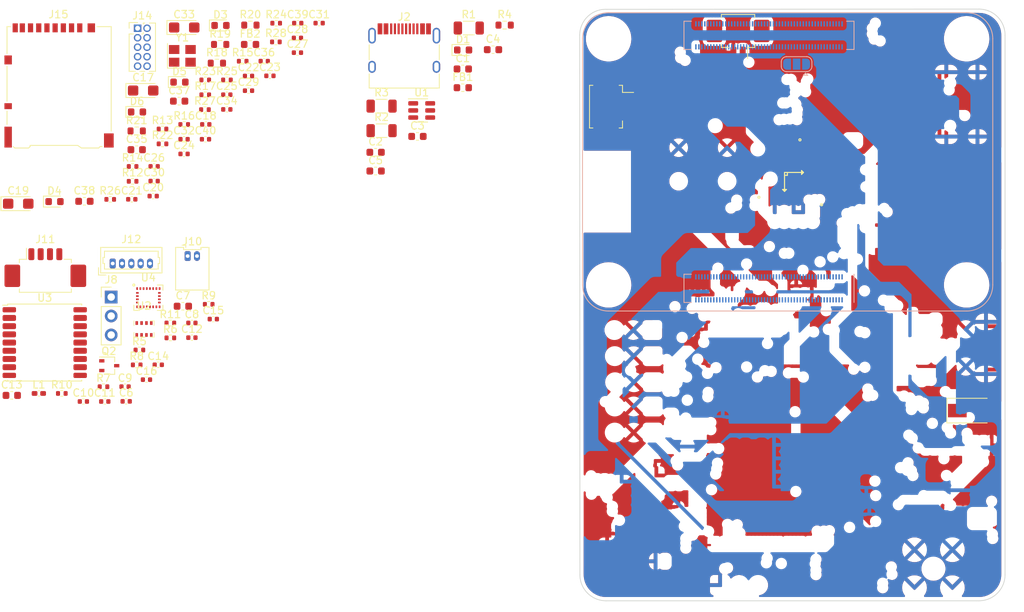
<source format=kicad_pcb>
(kicad_pcb (version 20211014) (generator pcbnew)
  (title_block (title "Raspberry Pi Compute Module 4 Carrier Template") (date "2020-10-31") (rev "v01") (comment 2 "creativecommons.org/licenses/by/4.0/") (comment 3 "License: CC BY 4.0") (comment 4 "Author: Shawn Hymel"))
  (layers (0 "F.Cu" signal) (1 "In1.Cu" signal) (2 "In2.Cu" signal) (31 "B.Cu" signal) (34 "B.Paste" user) (35 "F.Paste" user) (36 "B.SilkS" user "B.Silkscreen") (37 "F.SilkS" user "F.Silkscreen") (38 "B.Mask" user) (39 "F.Mask" user) (44 "Edge.Cuts" user))
  (net 0 "")
  (net 1 "GND")
  (net 2 "VDDLDO")
  (net 3 "+5V")
  (net 4 "Net-(C3-Pad1)")
  (net 5 "Net-(C4-Pad1)")
  (net 6 "Net-(C5-Pad1)")
  (net 7 "Net-(C11-Pad1)")
  (net 8 "/MCU/VREF+")
  (net 9 "/MCU/+3.3VA")
  (net 10 "Net-(C15-Pad1)")
  (net 11 "Net-(C16-Pad1)")
  (net 12 "VCAP")
  (net 13 "/MCU/VBAT")
  (net 14 "/MCU/HSE_IN")
  (net 15 "/MCU/NRST")
  (net 16 "Net-(D1-Pad1)")
  (net 17 "Net-(D2-Pad2)")
  (net 18 "Net-(C39-Pad2)")
  (net 19 "Net-(D3-Pad1)")
  (net 20 "/MCU/LED_B")
  (net 21 "Net-(D4-Pad1)")
  (net 22 "/MCU/LED_D")
  (net 23 "Net-(D5-Pad1)")
  (net 24 "/MCU/LED_A")
  (net 25 "Net-(D6-Pad1)")
  (net 26 "/MCU/LED_C")
  (net 27 "/Power/USB_D+")
  (net 29 "VCC")
  (net 30 "Net-(FB1-Pad1)")
  (net 31 "/Power/USB_D-")
  (net 35 "Net-(J4-Pad1)")
  (net 37 "I2C1_SCL")
  (net 38 "/MCU/BOOT0")
  (net 39 "I2C1_SDA")
  (net 42 "LSM9DS1_CS_M")
  (net 43 "/MCU/SWO")
  (net 45 "LSM9DS1_DRDY_M")
  (net 46 "LSM9DS1_INT_M")
  (net 47 "LSM9DS1_INT1_AG")
  (net 48 "LSM9DS1_INT2_AG")
  (net 49 "LSM9DS1_DEN_AG")
  (net 56 "/MCU/SDMMC_CMD")
  (net 59 "/MCU/SDMMC_CK")
  (net 60 "/MCU/SDMMC_D3")
  (net 61 "/MCU/SDMMC_D2")
  (net 63 "/MCU/SWCLK")
  (net 64 "/MCU/SWDIO")
  (net 70 "/MCU/SDMMC_D1")
  (net 71 "/MCU/SDMMC_D0")
  (net 89 "M8Q_PPS")
  (net 90 "M8Q_NRST")
  (net 91 "M8Q_TX")
  (net 92 "M8Q_RX")
  (net 93 "PI_GPIO12_TX_5")
  (net 94 "PI_GPIO13_RX_5")
  (net 96 "UART7_RX")
  (net 98 "UART7_TX")
  (net 120 "SPI1_MOSI")
  (net 121 "SPI1_MISO")
  (net 122 "SPI1_SCK")
  (net 123 "SPI1_NCS")
  (net 124 "ANALOG_IN")
  (net 126 "SBUS_RX")
  (net 132 "/MCU/HSE_OUT")
  (net 138 "I2C2_SCL")
  (net 139 "I2C2_SDA")
  (net 145 "LSM9DS1_SDO_AG")
  (net 146 "LSM9DS1_CS_AG")
  (net 147 "LSM9DS1_SDO_M")
  (net 148 "/CM4 GPIO/GPIO_14_TX")
  (net 149 "/CM4 GPIO/GPIO_15_RX")
  (net 151 "Net-(J2-PadA5)")
  (net 156 "Net-(J2-PadB5)")
  (net 158 "Net-(J3-Pad1)")
  (net 159 "SBUS_IN")
  (net 165 "M8Q_BATT")
  (net 220 "Net-(Q1-Pad1)")
  (net 221 "Net-(IC2-Pad142)")
  (net 222 "Net-(R28-Pad1)")
  (net 223 "/Power/USB_D_P")
  (net 224 "/Power/USB_D_N")
  (net 231 "Net-(Q2-Pad1)")
  (net 232 "Net-(R5-Pad1)")
  (footprint "Connector_PinHeader_2.54mm:PinHeader_1x03_P2.54mm_Vertical" (layer "F.Cu") (at 60.16 81.58)
    (fp_text reference "J8" (at 0 -2.33) (layer "F.SilkS"))
    (fp_text value "Conn_01x03_Female")
    (pad "1" thru_hole rect locked (at 0 0) (size 1.7 1.7) (drill 1) (layers *.Cu *.Mask) (net 1 "GND"))
    (pad "2" thru_hole oval locked (at 0 2.54) (size 1.7 1.7) (drill 1) (layers *.Cu *.Mask) (net 96 "UART7_RX"))
    (pad "3" thru_hole oval locked (at 0 5.08) (size 1.7 1.7) (drill 1) (layers *.Cu *.Mask) (net 98 "UART7_TX"))
  )
  (footprint "Capacitor_SMD:C_0603_1608Metric" (layer "F.Cu") (at 63.58 61.82)
    (fp_text reference "C35" (at 0 -1.43) (layer "F.SilkS"))
    (fp_text value "2.2u")
    (pad "1" smd roundrect locked (at -0.775 0) (size 0.9 0.95) (layers "F.Cu" "F.Paste" "F.Mask") (net 12 "VCAP"))
    (pad "2" smd roundrect locked (at 0.775 0) (size 0.9 0.95) (layers "F.Cu" "F.Paste" "F.Mask") (net 1 "GND"))
  )
  (footprint "Capacitor_SMD:C_0603_1608Metric" (layer "F.Cu") (at 69.77 82.81)
    (fp_text reference "C7" (at 0 -1.43) (layer "F.SilkS"))
    (fp_text value "10u")
    (pad "1" smd roundrect locked (at -0.775 0) (size 0.9 0.95) (layers "F.Cu" "F.Paste" "F.Mask") (net 2 "VDDLDO"))
    (pad "2" smd roundrect locked (at 0.775 0) (size 0.9 0.95) (layers "F.Cu" "F.Paste" "F.Mask") (net 1 "GND"))
  )
  (footprint "Capacitor_SMD:C_0603_1608Metric" (layer "F.Cu") (at 111.35 48.41)
    (fp_text reference "C4" (at 0 -1.43) (layer "F.SilkS"))
    (fp_text value "1u")
    (pad "1" smd roundrect locked (at -0.775 0) (size 0.9 0.95) (layers "F.Cu" "F.Paste" "F.Mask") (net 5 "Net-(C4-Pad1)"))
    (pad "2" smd roundrect locked (at 0.775 0) (size 0.9 0.95) (layers "F.Cu" "F.Paste" "F.Mask") (net 1 "GND"))
  )
  (footprint "Resistor_SMD:R_0402_1005Metric" (layer "F.Cu") (at 72.77 52.47)
    (fp_text reference "R23" (at 0 -1.17) (layer "F.SilkS"))
    (fp_text value "47k")
    (pad "1" smd roundrect locked (at -0.51 0) (size 0.54 0.64) (layers "F.Cu" "F.Paste" "F.Mask") (net 61 "/MCU/SDMMC_D2"))
    (pad "2" smd roundrect locked (at 0.51 0) (size 0.54 0.64) (layers "F.Cu" "F.Paste" "F.Mask") (net 2 "VDDLDO"))
  )
  (footprint "Resistor_SMD:R_0402_1005Metric" (layer "F.Cu") (at 82.24 47.37)
    (fp_text reference "R28" (at 0 -1.17) (layer "F.SilkS"))
    (fp_text value "10k")
    (pad "1" smd roundrect locked (at -0.51 0) (size 0.54 0.64) (layers "F.Cu" "F.Paste" "F.Mask") (net 222 "Net-(R28-Pad1)"))
    (pad "2" smd roundrect locked (at 0.51 0) (size 0.54 0.64) (layers "F.Cu" "F.Paste" "F.Mask") (net 38 "/MCU/BOOT0"))
  )
  (footprint "Resistor_SMD:R_0603_1608Metric" (layer "F.Cu") (at 74.77 47.71)
    (fp_text reference "R19" (at 0 -1.43) (layer "F.SilkS"))
    (fp_text value "2k2")
    (pad "1" smd roundrect locked (at -0.825 0) (size 0.8 0.95) (layers "F.Cu" "F.Paste" "F.Mask") (net 21 "Net-(D4-Pad1)"))
    (pad "2" smd roundrect locked (at 0.825 0) (size 0.8 0.95) (layers "F.Cu" "F.Paste" "F.Mask") (net 1 "GND"))
  )
  (footprint "Capacitor_SMD:C_0402_1005Metric" (layer "F.Cu") (at 72.84 58.43)
    (fp_text reference "C18" (at 0 -1.16) (layer "F.SilkS"))
    (fp_text value "100n")
    (pad "1" smd roundrect locked (at -0.48 0) (size 0.56 0.62) (layers "F.Cu" "F.Paste" "F.Mask") (net 1 "GND"))
    (pad "2" smd roundrect locked (at 0.48 0) (size 0.56 0.62) (layers "F.Cu" "F.Paste" "F.Mask") (net 8 "/MCU/VREF+"))
  )
  (footprint "Resistor_SMD:R_0402_1005Metric" (layer "F.Cu") (at 73.23 82.55)
    (fp_text reference "R9" (at 0 -1.17) (layer "F.SilkS"))
    (fp_text value "10k")
    (pad "1" smd roundrect locked (at -0.51 0) (size 0.54 0.64) (layers "F.Cu" "F.Paste" "F.Mask") (net 2 "VDDLDO"))
    (pad "2" smd roundrect locked (at 0.51 0) (size 0.54 0.64) (layers "F.Cu" "F.Paste" "F.Mask") (net 42 "LSM9DS1_CS_M"))
  )
  (footprint "Resistor_SMD:R_0402_1005Metric" (layer "F.Cu") (at 60.03 68.48)
    (fp_text reference "R26" (at 0 -1.17) (layer "F.SilkS"))
    (fp_text value "47k")
    (pad "1" smd roundrect locked (at -0.51 0) (size 0.54 0.64) (layers "F.Cu" "F.Paste" "F.Mask") (net 71 "/MCU/SDMMC_D0"))
    (pad "2" smd roundrect locked (at 0.51 0) (size 0.54 0.64) (layers "F.Cu" "F.Paste" "F.Mask") (net 2 "VDDLDO"))
  )
  (footprint "Resistor_SMD:R_0402_1005Metric" (layer "F.Cu") (at 63.58 90.67)
    (fp_text reference "R8" (at 0 -1.17) (layer "F.SilkS"))
    (fp_text value "10k")
    (pad "1" smd roundrect locked (at -0.51 0) (size 0.54 0.64) (layers "F.Cu" "F.Paste" "F.Mask") (net 2 "VDDLDO"))
    (pad "2" smd roundrect locked (at 0.51 0) (size 0.54 0.64) (layers "F.Cu" "F.Paste" "F.Mask") (net 146 "LSM9DS1_CS_AG"))
  )
  (footprint "Resistor_SMD:R_0402_1005Metric" (layer "F.Cu") (at 63.03 66.06)
    (fp_text reference "R12" (at 0 -1.17) (layer "F.SilkS"))
    (fp_text value "10k")
    (pad "1" smd roundrect locked (at -0.51 0) (size 0.54 0.64) (layers "F.Cu" "F.Paste" "F.Mask") (net 2 "VDDLDO"))
    (pad "2" smd roundrect locked (at 0.51 0) (size 0.54 0.64) (layers "F.Cu" "F.Paste" "F.Mask") (net 221 "Net-(IC2-Pad142)"))
  )
  (footprint "Capacitor_SMD:C_0402_1005Metric" (layer "F.Cu") (at 70.98 87.02)
    (fp_text reference "C12" (at 0 -1.16) (layer "F.SilkS"))
    (fp_text value "100n")
    (pad "1" smd roundrect locked (at -0.48 0) (size 0.56 0.62) (layers "F.Cu" "F.Paste" "F.Mask") (net 2 "VDDLDO"))
    (pad "2" smd roundrect locked (at 0.48 0) (size 0.56 0.62) (layers "F.Cu" "F.Paste" "F.Mask") (net 1 "GND"))
  )
  (footprint "Resistor_SMD:R_0603_1608Metric" (layer "F.Cu") (at 112.91 45.12)
    (fp_text reference "R4" (at 0 -1.43) (layer "F.SilkS"))
    (fp_text value "2.2k")
    (pad "1" smd roundrect locked (at -0.825 0) (size 0.8 0.95) (layers "F.Cu" "F.Paste" "F.Mask") (net 1 "GND"))
    (pad "2" smd roundrect locked (at 0.825 0) (size 0.8 0.95) (layers "F.Cu" "F.Paste" "F.Mask") (net 16 "Net-(D1-Pad1)"))
  )
  (footprint "Capacitor_SMD:C_0402_1005Metric" (layer "F.Cu") (at 81.44 51.92)
    (fp_text reference "C23" (at 0 -1.16) (layer "F.SilkS"))
    (fp_text value "100n")
    (pad "1" smd roundrect locked (at -0.48 0) (size 0.56 0.62) (layers "F.Cu" "F.Paste" "F.Mask") (net 2 "VDDLDO"))
    (pad "2" smd roundrect locked (at 0.48 0) (size 0.56 0.62) (layers "F.Cu" "F.Paste" "F.Mask") (net 1 "GND"))
  )
  (footprint "Capacitor_SMD:C_0402_1005Metric" (layer "F.Cu") (at 56.43 95.58)
    (fp_text reference "C10" (at 0 -1.16) (layer "F.SilkS"))
    (fp_text value "100n")
    (pad "1" smd roundrect locked (at -0.48 0) (size 0.56 0.62) (layers "F.Cu" "F.Paste" "F.Mask") (net 2 "VDDLDO"))
    (pad "2" smd roundrect locked (at 0.48 0) (size 0.56 0.62) (layers "F.Cu" "F.Paste" "F.Mask") (net 1 "GND"))
  )
  (footprint "Connector_Card:microSD_HC_Hirose_DM3AT-SF-PEJM5" (layer "F.Cu") (at 53.17 53.21)
    (fp_text reference "J15" (at -0.075 -9.525) (layer "F.SilkS"))
    (fp_text value "Micro_SD_Card")
    (pad "1" smd rect locked (at 2.775 -7.725) (size 0.7 1.2) (layers "F.Cu" "F.Paste" "F.Mask") (net 61 "/MCU/SDMMC_D2"))
    (pad "2" smd rect locked (at 1.675 -7.725) (size 0.7 1.2) (layers "F.Cu" "F.Paste" "F.Mask") (net 60 "/MCU/SDMMC_D3"))
    (pad "3" smd rect locked (at 0.575 -7.725) (size 0.7 1.2) (layers "F.Cu" "F.Paste" "F.Mask") (net 56 "/MCU/SDMMC_CMD"))
    (pad "4" smd rect locked (at -0.525 -7.725) (size 0.7 1.2) (layers "F.Cu" "F.Paste" "F.Mask") (net 2 "VDDLDO"))
    (pad "5" smd rect locked (at -1.625 -7.725) (size 0.7 1.2) (layers "F.Cu" "F.Paste" "F.Mask") (net 59 "/MCU/SDMMC_CK"))
    (pad "6" smd rect locked (at -2.725 -7.725) (size 0.7 1.2) (layers "F.Cu" "F.Paste" "F.Mask") (net 1 "GND"))
    (pad "7" smd rect locked (at -3.825 -7.725) (size 0.7 1.2) (layers "F.Cu" "F.Paste" "F.Mask") (net 71 "/MCU/SDMMC_D0"))
    (pad "8" smd rect locked (at -4.925 -7.725) (size 0.7 1.2) (layers "F.Cu" "F.Paste" "F.Mask") (net 70 "/MCU/SDMMC_D1"))
    (pad "9" smd rect locked (at -5.875 -7.725) (size 0.7 1.2) (layers "F.Cu" "F.Paste" "F.Mask") (net 1 "GND"))
    (pad "10" smd rect locked (at -6.825 2.775) (size 1 0.8) (layers "F.Cu" "F.Paste" "F.Mask"))
    (pad "11" smd rect locked (at -6.825 -3.425) (size 1 1.2) (layers "F.Cu" "F.Paste" "F.Mask"))
    (pad "11" smd rect locked (at 6.675 7.375) (size 1.3 1.9) (layers "F.Cu" "F.Paste" "F.Mask"))
    (pad "11" smd rect locked (at -6.825 6.925) (size 1 2.8) (layers "F.Cu" "F.Paste" "F.Mask"))
    (pad "11" smd rect locked (at 4.325 -7.725) (size 1 1.2) (layers "F.Cu" "F.Paste" "F.Mask"))
  )
  (footprint "Package_LGA:LGA-24L_3x3.5mm_P0.43mm" (layer "F.Cu") (at 65.145 81.665)
    (fp_text reference "U4" (at 0 -2.7) (layer "F.SilkS"))
    (fp_text value "LSM9DS1")
    (pad "1" smd rect locked (at -1.505 -1.225) (size 0.23 0.35) (layers "F.Cu" "F.Paste" "F.Mask") (net 2 "VDDLDO"))
    (pad "2" smd rect locked (at -1.475 -0.645) (size 0.35 0.23) (layers "F.Cu" "F.Paste" "F.Mask") (net 37 "I2C1_SCL"))
    (pad "3" smd rect locked (at -1.475 -0.215) (size 0.35 0.23) (layers "F.Cu" "F.Paste" "F.Mask") (net 2 "VDDLDO"))
    (pad "4" smd rect locked (at -1.475 0.215) (size 0.35 0.23) (layers "F.Cu" "F.Paste" "F.Mask") (net 39 "I2C1_SDA"))
    (pad "5" smd rect locked (at -1.475 0.645) (size 0.35 0.23) (layers "F.Cu" "F.Paste" "F.Mask") (net 145 "LSM9DS1_SDO_AG"))
    (pad "6" smd rect locked (at -1.505 1.225) (size 0.23 0.35) (layers "F.Cu" "F.Paste" "F.Mask") (net 147 "LSM9DS1_SDO_M"))
    (pad "7" smd rect locked (at -1.075 1.225) (size 0.23 0.35) (layers "F.Cu" "F.Paste" "F.Mask") (net 146 "LSM9DS1_CS_AG"))
    (pad "8" smd rect locked (at -0.645 1.225) (size 0.23 0.35) (layers "F.Cu" "F.Paste" "F.Mask") (net 42 "LSM9DS1_CS_M"))
    (pad "9" smd rect locked (at -0.215 1.225) (size 0.23 0.35) (layers "F.Cu" "F.Paste" "F.Mask") (net 45 "LSM9DS1_DRDY_M"))
    (pad "10" smd rect locked (at 0.215 1.225) (size 0.23 0.35) (layers "F.Cu" "F.Paste" "F.Mask") (net 46 "LSM9DS1_INT_M"))
    (pad "11" smd rect locked (at 0.645 1.225) (size 0.23 0.35) (layers "F.Cu" "F.Paste" "F.Mask") (net 47 "LSM9DS1_INT1_AG"))
    (pad "12" smd rect locked (at 1.075 1.225) (size 0.23 0.35) (layers "F.Cu" "F.Paste" "F.Mask") (net 48 "LSM9DS1_INT2_AG"))
    (pad "13" smd rect locked (at 1.505 1.225) (size 0.23 0.35) (layers "F.Cu" "F.Paste" "F.Mask") (net 49 "LSM9DS1_DEN_AG"))
    (pad "14" smd rect locked (at 1.475 0.645) (size 0.35 0.23) (layers "F.Cu" "F.Paste" "F.Mask") (net 1 "GND"))
    (pad "15" smd rect locked (at 1.475 0.215) (size 0.35 0.23) (layers "F.Cu" "F.Paste" "F.Mask") (net 1 "GND"))
    (pad "16" smd rect locked (at 1.475 -0.215) (size 0.35 0.23) (layers "F.Cu" "F.Paste" "F.Mask") (net 1 "GND"))
    (pad "17" smd rect locked (at 1.475 -0.645) (size 0.35 0.23) (layers "F.Cu" "F.Paste" "F.Mask") (net 1 "GND"))
    (pad "18" smd rect locked (at 1.505 -1.225) (size 0.23 0.35) (layers "F.Cu" "F.Paste" "F.Mask") (net 1 "GND"))
    (pad "19" smd rect locked (at 1.075 -1.225) (size 0.23 0.35) (layers "F.Cu" "F.Paste" "F.Mask") (net 1 "GND"))
    (pad "20" smd rect locked (at 0.645 -1.225) (size 0.23 0.35) (layers "F.Cu" "F.Paste" "F.Mask") (net 1 "GND"))
    (pad "21" smd rect locked (at 0.215 -1.225) (size 0.23 0.35) (layers "F.Cu" "F.Paste" "F.Mask") (net 10 "Net-(C15-Pad1)"))
    (pad "22" smd rect locked (at -0.215 -1.225) (size 0.23 0.35) (layers "F.Cu" "F.Paste" "F.Mask") (net 2 "VDDLDO"))
    (pad "23" smd rect locked (at -0.645 -1.225) (size 0.23 0.35) (layers "F.Cu" "F.Paste" "F.Mask") (net 2 "VDDLDO"))
    (pad "24" smd rect locked (at -1.075 -1.225) (size 0.23 0.35) (layers "F.Cu" "F.Paste" "F.Mask") (net 11 "Net-(C16-Pad1)"))
  )
  (footprint "Package_TO_SOT_SMD:SOT-323_SC-70" (layer "F.Cu") (at 59.9 90.78)
    (fp_text reference "Q2" (at -0.05 -1.95) (layer "F.SilkS"))
    (fp_text value "BC817W")
    (pad "1" smd rect locked (at -1 -0.65 270) (size 0.45 0.7) (layers "F.Cu" "F.Paste" "F.Mask") (net 231 "Net-(Q2-Pad1)"))
    (pad "2" smd rect locked (at -1 0.65 270) (size 0.45 0.7) (layers "F.Cu" "F.Paste" "F.Mask") (net 1 "GND"))
    (pad "3" smd rect locked (at 1 0 270) (size 0.45 0.7) (layers "F.Cu" "F.Paste" "F.Mask") (net 126 "SBUS_RX"))
  )
  (footprint "Capacitor_SMD:C_0402_1005Metric" (layer "F.Cu") (at 70.98 85.05)
    (fp_text reference "C8" (at 0 -1.16) (layer "F.SilkS"))
    (fp_text value "100n")
    (pad "1" smd roundrect locked (at -0.48 0) (size 0.56 0.62) (layers "F.Cu" "F.Paste" "F.Mask") (net 2 "VDDLDO"))
    (pad "2" smd roundrect locked (at 0.48 0) (size 0.56 0.62) (layers "F.Cu" "F.Paste" "F.Mask") (net 1 "GND"))
  )
  (footprint "Resistor_SMD:R_0402_1005Metric" (layer "F.Cu") (at 59.13 93.6)
    (fp_text reference "R7" (at 0 -1.17) (layer "F.SilkS"))
    (fp_text value "10k")
    (pad "1" smd roundrect locked (at -0.51 0) (size 0.54 0.64) (layers "F.Cu" "F.Paste" "F.Mask") (net 2 "VDDLDO"))
    (pad "2" smd roundrect locked (at 0.51 0) (size 0.54 0.64) (layers "F.Cu" "F.Paste" "F.Mask") (net 145 "LSM9DS1_SDO_AG"))
  )
  (footprint "Capacitor_SMD:C_0402_1005Metric" (layer "F.Cu") (at 65.92 64.06)
    (fp_text reference "C26" (at 0 -1.16) (layer "F.SilkS"))
    (fp_text value "100n")
    (pad "1" smd roundrect locked (at -0.48 0) (size 0.56 0.62) (layers "F.Cu" "F.Paste" "F.Mask") (net 2 "VDDLDO"))
    (pad "2" smd roundrect locked (at 0.48 0) (size 0.56 0.62) (layers "F.Cu" "F.Paste" "F.Mask") (net 1 "GND"))
  )
  (footprint "Capacitor_SMD:C_0603_1608Metric" (layer "F.Cu") (at 69.27 55.31)
    (fp_text reference "C37" (at 0 -1.43) (layer "F.SilkS"))
    (fp_text value "2.2u")
    (pad "1" smd roundrect locked (at -0.775 0) (size 0.9 0.95) (layers "F.Cu" "F.Paste" "F.Mask") (net 12 "VCAP"))
    (pad "2" smd roundrect locked (at 0.775 0) (size 0.9 0.95) (layers "F.Cu" "F.Paste" "F.Mask") (net 1 "GND"))
  )
  (footprint "Resistor_SMD:R_0402_1005Metric" (layer "F.Cu") (at 67.04 59.05)
    (fp_text reference "R13" (at 0 -1.17) (layer "F.SilkS"))
    (fp_text value "47")
    (pad "1" smd roundrect locked (at -0.51 0) (size 0.54 0.64) (layers "F.Cu" "F.Paste" "F.Mask") (net 8 "/MCU/VREF+"))
    (pad "2" smd roundrect locked (at 0.51 0) (size 0.54 0.64) (layers "F.Cu" "F.Paste" "F.Mask") (net 9 "/MCU/+3.3VA"))
  )
  (footprint "Resistor_SMD:R_0603_1608Metric" (layer "F.Cu") (at 63.58 59.31)
    (fp_text reference "R21" (at 0 -1.43) (layer "F.SilkS"))
    (fp_text value "2k2")
    (pad "1" smd roundrect locked (at -0.825 0) (size 0.8 0.95) (layers "F.Cu" "F.Paste" "F.Mask") (net 25 "Net-(D6-Pad1)"))
    (pad "2" smd roundrect locked (at 0.825 0) (size 0.8 0.95) (layers "F.Cu" "F.Paste" "F.Mask") (net 1 "GND"))
  )
  (footprint "Capacitor_SMD:C_0402_1005Metric" (layer "F.Cu") (at 69.93 60.42)
    (fp_text reference "C32" (at 0 -1.16) (layer "F.SilkS"))
    (fp_text value "100n")
    (pad "1" smd roundrect locked (at -0.48 0) (size 0.56 0.62) (layers "F.Cu" "F.Paste" "F.Mask") (net 2 "VDDLDO"))
    (pad "2" smd roundrect locked (at 0.48 0) (size 0.56 0.62) (layers "F.Cu" "F.Paste" "F.Mask") (net 1 "GND"))
  )
  (footprint "Capacitor_Tantalum_SMD:CP_EIA-3216-18_Kemet-A" (layer "F.Cu") (at 47.695 69.06)
    (fp_text reference "C19" (at 0 -1.75) (layer "F.SilkS"))
    (fp_text value "4.7u")
    (pad "1" smd roundrect locked (at -1.35 0) (size 1.4 1.35) (layers "F.Cu" "F.Paste" "F.Mask") (roundrect_rratio 0.185185) (net 2 "VDDLDO"))
    (pad "2" smd roundrect locked (at 1.35 0) (size 1.4 1.35) (layers "F.Cu" "F.Paste" "F.Mask") (roundrect_rratio 0.185185) (net 1 "GND"))
  )
  (footprint "Capacitor_SMD:C_0603_1608Metric" (layer "F.Cu") (at 46.83 94.76)
    (fp_text reference "C13" (at 0 -1.43) (layer "F.SilkS"))
    (fp_text value "10u")
    (pad "1" smd roundrect locked (at -0.775 0) (size 0.9 0.95) (layers "F.Cu" "F.Paste" "F.Mask") (net 2 "VDDLDO"))
    (pad "2" smd roundrect locked (at 0.775 0) (size 0.9 0.95) (layers "F.Cu" "F.Paste" "F.Mask") (net 1 "GND"))
  )
  (footprint "Capacitor_SMD:C_0402_1005Metric" (layer "F.Cu") (at 66.47 90.66)
    (fp_text reference "C14" (at 0 -1.16) (layer "F.SilkS"))
    (fp_text value "100n")
    (pad "1" smd roundrect locked (at -0.48 0) (size 0.56 0.62) (layers "F.Cu" "F.Paste" "F.Mask") (net 2 "VDDLDO"))
    (pad "2" smd roundrect locked (at 0.48 0) (size 0.56 0.62) (layers "F.Cu" "F.Paste" "F.Mask") (net 1 "GND"))
  )
  (footprint "Resistor_SMD:R_1206_3216Metric" (layer "F.Cu") (at 96.41 59.27)
    (fp_text reference "R2" (at 0 -1.82) (layer "F.SilkS"))
    (fp_text value "5.1k")
    (pad "1" smd roundrect locked (at -1.4625 0) (size 1.125 1.75) (layers "F.Cu" "F.Paste" "F.Mask") (roundrect_rratio 0.222222) (net 156 "Net-(J2-PadB5)"))
    (pad "2" smd roundrect locked (at 1.4625 0) (size 1.125 1.75) (layers "F.Cu" "F.Paste" "F.Mask") (roundrect_rratio 0.222222) (net 1 "GND"))
  )
  (footprint "Capacitor_SMD:C_0402_1005Metric" (layer "F.Cu") (at 65.92 66.03)
    (fp_text reference "C30" (at 0 -1.16) (layer "F.SilkS"))
    (fp_text value "100n")
    (pad "1" smd roundrect locked (at -0.48 0) (size 0.56 0.62) (layers "F.Cu" "F.Paste" "F.Mask") (net 2 "VDDLDO"))
    (pad "2" smd roundrect locked (at 0.48 0) (size 0.56 0.62) (layers "F.Cu" "F.Paste" "F.Mask") (net 1 "GND"))
  )
  (footprint "Capacitor_SMD:C_0402_1005Metric" (layer "F.Cu") (at 78.57 51.94)
    (fp_text reference "C22" (at 0 -1.16) (layer "F.SilkS"))
    (fp_text value "100n")
    (pad "1" smd roundrect locked (at -0.48 0) (size 0.56 0.62) (layers "F.Cu" "F.Paste" "F.Mask") (net 2 "VDDLDO"))
    (pad "2" smd roundrect locked (at 0.48 0) (size 0.56 0.62) (layers "F.Cu" "F.Paste" "F.Mask") (net 1 "GND"))
  )
  (footprint "Capacitor_SMD:C_0402_1005Metric" (layer "F.Cu") (at 73.85 84.53)
    (fp_text reference "C15" (at 0 -1.16) (layer "F.SilkS"))
    (fp_text value "10n")
    (pad "1" smd roundrect locked (at -0.48 0) (size 0.56 0.62) (layers "F.Cu" "F.Paste" "F.Mask") (net 10 "Net-(C15-Pad1)"))
    (pad "2" smd roundrect locked (at 0.48 0) (size 0.56 0.62) (layers "F.Cu" "F.Paste" "F.Mask") (net 1 "GND"))
  )
  (footprint "Capacitor_SMD:C_0402_1005Metric" (layer "F.Cu") (at 85.13 46.84)
    (fp_text reference "C28" (at 0 -1.16) (layer "F.SilkS"))
    (fp_text value "100n")
    (pad "1" smd roundrect locked (at -0.48 0) (size 0.56 0.62) (layers "F.Cu" "F.Paste" "F.Mask") (net 2 "VDDLDO"))
    (pad "2" smd roundrect locked (at 0.48 0) (size 0.56 0.62) (layers "F.Cu" "F.Paste" "F.Mask") (net 1 "GND"))
  )
  (footprint "Connector_Molex:Molex_PicoBlade_53261-0371_1x03-1MP_P1.25mm_Horizontal" (layer "F.Cu") (at 127 56.05 -90)
    (fp_text reference "J1" hide)
    (fp_text value "UART")
    (pad "1" smd roundrect locked (at -1.25 -2.4 270) (size 0.8 1.6) (layers "F.Cu" "F.Paste" "F.Mask") (net 149 "/CM4 GPIO/GPIO_15_RX"))
    (pad "2" smd roundrect locked (at 0 -2.4 270) (size 0.8 1.6) (layers "F.Cu" "F.Paste" "F.Mask") (net 148 "/CM4 GPIO/GPIO_14_TX"))
    (pad "3" smd roundrect locked (at 1.25 -2.4 270) (size 0.8 1.6) (layers "F.Cu" "F.Paste" "F.Mask") (net 1 "GND"))
    (pad "MP" smd roundrect locked (at -3.8 0.5 270) (size 2.1 3) (layers "F.Cu" "F.Paste" "F.Mask") (roundrect_rratio 0.1190480952))
    (pad "MP" smd roundrect locked (at 3.8 0.5 270) (size 2.1 3) (layers "F.Cu" "F.Paste" "F.Mask") (roundrect_rratio 0.1190480952))
  )
  (footprint "Diode_SMD:D_SMA" (layer "F.Cu") (at 175.6 96.8)
    (fp_text reference "D2" hide)
    (fp_text value "SS14")
    (pad "1" smd rect locked (at -2 0) (size 2.5 1.8) (layers "F.Cu" "F.Paste" "F.Mask") (net 2 "VDDLDO"))
    (pad "2" smd rect locked (at 2 0) (size 2.5 1.8) (layers "F.Cu" "F.Paste" "F.Mask") (net 17 "Net-(D2-Pad2)"))
  )
  (footprint "LED_SMD:LED_0603_1608Metric" (layer "F.Cu") (at 107.34 48.45)
    (fp_text reference "D1" (at 0 -1.43) (layer "F.SilkS"))
    (fp_text value "LED")
    (pad "1" smd roundrect locked (at -0.7875 0) (size 0.875 0.95) (layers "F.Cu" "F.Paste" "F.Mask") (net 16 "Net-(D1-Pad1)"))
    (pad "2" smd roundrect locked (at 0.7875 0) (size 0.875 0.95) (layers "F.Cu" "F.Paste" "F.Mask") (net 2 "VDDLDO"))
  )
  (footprint "Connector_Molex:Molex_PicoBlade_53261-0271_1x02-1MP_P1.25mm_Horizontal" (layer "F.Cu") (at 144.2 46.4 180)
    (fp_text reference "J3" hide)
    (fp_text value "Conn_01x02")
    (pad "1" smd roundrect locked (at -0.625 -2.4 180) (size 0.8 1.6) (layers "F.Cu" "F.Paste" "F.Mask") (net 158 "Net-(J3-Pad1)"))
    (pad "2" smd roundrect locked (at 0.625 -2.4 180) (size 0.8 1.6) (layers "F.Cu" "F.Paste" "F.Mask") (net 1 "GND"))
    (pad "MP" smd roundrect locked (at -3.175 0.5 180) (size 2.1 3) (layers "F.Cu" "F.Paste" "F.Mask") (roundrect_rratio 0.1190480952))
    (pad "MP" smd roundrect locked (at 3.175 0.5 180) (size 2.1 3) (layers "F.Cu" "F.Paste" "F.Mask") (roundrect_rratio 0.1190480952))
  )
  (footprint "Capacitor_SMD:C_0603_1608Metric" (layer "F.Cu") (at 107.3 51)
    (fp_text reference "C1" (at 0 -1.43) (layer "F.SilkS"))
    (fp_text value "10u")
    (pad "1" smd roundrect locked (at -0.775 0) (size 0.9 0.95) (layers "F.Cu" "F.Paste" "F.Mask") (net 2 "VDDLDO"))
    (pad "2" smd roundrect locked (at 0.775 0) (size 0.9 0.95) (layers "F.Cu" "F.Paste" "F.Mask") (net 1 "GND"))
  )
  (footprint "Capacitor_Tantalum_SMD:CP_EIA-3216-18_Kemet-A" (layer "F.Cu") (at 69.945 45.44)
    (fp_text reference "C33" (at 0 -1.75) (layer "F.SilkS"))
    (fp_text value "1u")
    (pad "1" smd roundrect locked (at -1.35 0) (size 1.4 1.35) (layers "F.Cu" "F.Paste" "F.Mask") (roundrect_rratio 0.185185) (net 9 "/MCU/+3.3VA"))
    (pad "2" smd roundrect locked (at 1.35 0) (size 1.4 1.35) (layers "F.Cu" "F.Paste" "F.Mask") (roundrect_rratio 0.185185) (net 1 "GND"))
  )
  (footprint "Inductor_SMD:L_0402_1005Metric_Pad0.77x0.64mm_HandSolder" (layer "F.Cu") (at 50.46 94.5)
    (fp_text reference "L1" (at 0 -1.17) (layer "F.SilkS"))
    (fp_text value "27n")
    (pad "1" smd roundrect locked (at -0.5725 0) (size 0.765 0.64) (layers "F.Cu" "F.Paste" "F.Mask") (net 7 "Net-(C11-Pad1)"))
    (pad "2" smd roundrect locked (at 0.5725 0) (size 0.765 0.64) (layers "F.Cu" "F.Paste" "F.Mask") (net 35 "Net-(J4-Pad1)"))
  )
  (footprint "Capacitor_SMD:C_0402_1005Metric" (layer "F.Cu") (at 80.68 49.95)
    (fp_text reference "C36" (at 0 -1.16) (layer "F.SilkS"))
    (fp_text value "1u")
    (pad "1" smd roundrect locked (at -0.48 0) (size 0.56 0.62) (layers "F.Cu" "F.Paste" "F.Mask") (net 13 "/MCU/VBAT"))
    (pad "2" smd roundrect locked (at 0.48 0) (size 0.56 0.62) (layers "F.Cu" "F.Paste" "F.Mask") (net 1 "GND"))
  )
  (footprint "Capacitor_SMD:C_0603_1608Metric" (layer "F.Cu") (at 101.22 60.04)
    (fp_text reference "C3" (at 0 -1.43) (layer "F.SilkS"))
    (fp_text value "1u")
    (pad "1" smd roundrect locked (at -0.775 0) (size 0.9 0.95) (layers "F.Cu" "F.Paste" "F.Mask") (net 4 "Net-(C3-Pad1)"))
    (pad "2" smd roundrect locked (at 0.775 0) (size 0.9 0.95) (layers "F.Cu" "F.Paste" "F.Mask") (net 1 "GND"))
  )
  (footprint "Capacitor_Tantalum_SMD:CP_EIA-3216-18_Kemet-A" (layer "F.Cu") (at 64.445 53.89)
    (fp_text reference "C17" (at 0 -1.75) (layer "F.SilkS"))
    (fp_text value "1u")
    (pad "1" smd roundrect locked (at -1.35 0) (size 1.4 1.35) (layers "F.Cu" "F.Paste" "F.Mask") (roundrect_rratio 0.185185) (net 8 "/MCU/VREF+"))
    (pad "2" smd roundrect locked (at 1.35 0) (size 1.4 1.35) (layers "F.Cu" "F.Paste" "F.Mask") (roundrect_rratio 0.185185) (net 1 "GND"))
  )
  (footprint "Capacitor_SMD:C_0603_1608Metric" (layer "F.Cu") (at 95.61 64.68)
    (fp_text reference "C5" (at 0 -1.43) (layer "F.SilkS"))
    (fp_text value "1u")
    (pad "1" smd roundrect locked (at -0.775 0) (size 0.9 0.95) (layers "F.Cu" "F.Paste" "F.Mask") (net 6 "Net-(C5-Pad1)"))
    (pad "2" smd roundrect locked (at 0.775 0) (size 0.9 0.95) (layers "F.Cu" "F.Paste" "F.Mask") (net 1 "GND"))
  )
  (footprint "RF_GPS:ublox_MAX" (layer "F.Cu") (at 51.25 87.68)
    (fp_text reference "U3" (at 0 -6) (layer "F.SilkS"))
    (fp_text value "MAX-M8Q")
    (pad "1" smd roundrect locked (at -4.75 -4.4) (size 1.8 0.7) (layers "F.Cu" "F.Paste" "F.Mask") (net 1 "GND"))
    (pad "2" smd roundrect locked (at -4.75 -3.3) (size 1.8 0.8) (layers "F.Cu" "F.Paste" "F.Mask") (net 91 "M8Q_TX"))
    (pad "3" smd roundrect locked (at -4.75 -2.2) (size 1.8 0.8) (layers "F.Cu" "F.Paste" "F.Mask") (net 92 "M8Q_RX"))
    (pad "4" smd roundrect locked (at -4.75 -1.1) (size 1.8 0.8) (layers "F.Cu" "F.Paste" "F.Mask") (net 89 "M8Q_PPS"))
    (pad "5" smd roundrect locked (at -4.75 0) (size 1.8 0.8) (layers "F.Cu" "F.Paste" "F.Mask"))
    (pad "6" smd roundrect locked (at -4.75 1.1) (size 1.8 0.8) (layers "F.Cu" "F.Paste" "F.Mask") (net 2 "VDDLDO"))
    (pad "7" smd roundrect locked (at -4.75 2.2) (size 1.8 0.8) (layers "F.Cu" "F.Paste" "F.Mask") (net 2 "VDDLDO"))
    (pad "8" smd roundrect locked (at -4.75 3.3) (size 1.8 0.8) (layers "F.Cu" "F.Paste" "F.Mask") (net 2 "VDDLDO"))
    (pad "9" smd roundrect locked (at -4.75 4.4) (size 1.8 0.7) (layers "F.Cu" "F.Paste" "F.Mask") (net 90 "M8Q_NRST"))
    (pad "10" smd roundrect locked (at 4.75 4.4) (size 1.8 0.7) (layers "F.Cu" "F.Paste" "F.Mask") (net 1 "GND"))
    (pad "11" smd roundrect locked (at 4.75 3.3) (size 1.8 0.8) (layers "F.Cu" "F.Paste" "F.Mask") (net 35 "Net-(J4-Pad1)"))
    (pad "12" smd roundrect locked (at 4.75 2.2) (size 1.8 0.8) (layers "F.Cu" "F.Paste" "F.Mask") (net 1 "GND"))
    (pad "13" smd roundrect locked (at 4.75 1.1) (size 1.8 0.8) (layers "F.Cu" "F.Paste" "F.Mask"))
    (pad "14" smd roundrect locked (at 4.75 0) (size 1.8 0.8) (layers "F.Cu" "F.Paste" "F.Mask") (net 232 "Net-(R5-Pad1)"))
    (pad "15" smd roundrect locked (at 4.75 -1.1) (size 1.8 0.8) (layers "F.Cu" "F.Paste" "F.Mask"))
    (pad "16" smd roundrect locked (at 4.75 -2.2) (size 1.8 0.8) (layers "F.Cu" "F.Paste" "F.Mask"))
    (pad "17" smd roundrect locked (at 4.75 -3.3) (size 1.8 0.8) (layers "F.Cu" "F.Paste" "F.Mask"))
    (pad "18" smd roundrect locked (at 4.75 -4.4) (size 1.8 0.7) (layers "F.Cu" "F.Paste" "F.Mask"))
  )
  (footprint "Connector_Molex:Molex_PicoBlade_53047-0510_1x05_P1.25mm_Vertical" (layer "F.Cu") (at 60.36 77.08)
    (fp_text reference "J12" (at 2.5 -3.25) (layer "F.SilkS"))
    (fp_text value "Conn_01x05")
    (pad "1" thru_hole roundrect locked (at 0 0) (size 0.8 1.3) (drill 0.5) (layers *.Cu *.Mask) (net 90 "M8Q_NRST"))
    (pad "2" thru_hole oval locked (at 1.25 0) (size 0.8 1.3) (drill 0.5) (layers *.Cu *.Mask) (net 92 "M8Q_RX"))
    (pad "3" thru_hole oval locked (at 2.5 0) (size 0.8 1.3) (drill 0.5) (layers *.Cu *.Mask) (net 91 "M8Q_TX"))
    (pad "4" thru_hole oval locked (at 3.75 0) (size 0.8 1.3) (drill 0.5) (layers *.Cu *.Mask) (net 89 "M8Q_PPS"))
    (pad "5" thru_hole oval locked (at 5 0) (size 0.8 1.3) (drill 0.5) (layers *.Cu *.Mask) (net 1 "GND"))
  )
  (footprint "Connector_Molex:Molex_PicoBlade_53048-0210_1x02_P1.25mm_Horizontal" (layer "F.Cu") (at 70.41 76.08)
    (fp_text reference "J10" (at 0.62 -1.95) (layer "F.SilkS"))
    (fp_text value "Conn_01x02")
    (pad "1" thru_hole roundrect locked (at 0 0) (size 0.8 1.3) (drill 0.5) (layers *.Cu *.Mask) (net 124 "ANALOG_IN"))
    (pad "2" thru_hole oval locked (at 1.25 0) (size 0.8 1.3) (drill 0.5) (layers *.Cu *.Mask) (net 1 "GND"))
  )
  (footprint "Capacitor_SMD:C_0402_1005Metric" (layer "F.Cu") (at 62.92 68.47)
    (fp_text reference "C21" (at 0 -1.16) (layer "F.SilkS"))
    (fp_text value "100n")
    (pad "1" smd roundrect locked (at -0.48 0) (size 0.56 0.62) (layers "F.Cu" "F.Paste" "F.Mask") (net 2 "VDDLDO"))
    (pad "2" smd roundrect locked (at 0.48 0) (size 0.56 0.62) (layers "F.Cu" "F.Paste" "F.Mask") (net 1 "GND"))
  )
  (footprint "Capacitor_SMD:C_0603_1608Metric" (layer "F.Cu") (at 95.61 62.17)
    (fp_text reference "C2" (at 0 -1.43) (layer "F.SilkS"))
    (fp_text value "10u")
    (pad "1" smd roundrect locked (at -0.775 0) (size 0.9 0.95) (layers "F.Cu" "F.Paste" "F.Mask") (net 3 "+5V"))
    (pad "2" smd roundrect locked (at 0.775 0) (size 0.9 0.95) (layers "F.Cu" "F.Paste" "F.Mask") (net 1 "GND"))
  )
  (footprint "LED_SMD:LED_0603_1608Metric" (layer "F.Cu") (at 63.62 56.76)
    (fp_text reference "D6" (at 0 -1.43) (layer "F.SilkS"))
    (fp_text value "LED_Red")
    (pad "1" smd roundrect locked (at -0.7875 0) (size 0.875 0.95) (layers "F.Cu" "F.Paste" "F.Mask") (net 25 "Net-(D6-Pad1)"))
    (pad "2" smd roundrect locked (at 0.7875 0) (size 0.875 0.95) (layers "F.Cu" "F.Paste" "F.Mask") (net 26 "/MCU/LED_C"))
  )
  (footprint "Resistor_SMD:R_0402_1005Metric" (layer "F.Cu") (at 67.04 61.04)
    (fp_text reference "R22" (at 0 -1.17) (layer "F.SilkS"))
    (fp_text value "47")
    (pad "1" smd roundrect locked (at -0.51 0) (size 0.54 0.64) (layers "F.Cu" "F.Paste" "F.Mask") (net 132 "/MCU/HSE_OUT"))
    (pad "2" smd roundrect locked (at 0.51 0) (size 0.54 0.64) (layers "F.Cu" "F.Paste" "F.Mask") (net 18 "Net-(C39-Pad2)"))
  )
  (footprint "Connector_Molex:Molex_PicoBlade_53261-0471_1x04-1MP_P1.25mm_Horizontal" (layer "F.Cu") (at 51.33 78.23)
    (fp_text reference "J11" (at 0 -4.4) (layer "F.SilkS"))
    (fp_text value "Conn_01x04")
    (pad "1" smd roundrect locked (at -1.875 -2.4) (size 0.8 1.6) (layers "F.Cu" "F.Paste" "F.Mask") (net 2 "VDDLDO"))
    (pad "2" smd roundrect locked (at -0.625 -2.4) (size 0.8 1.6) (layers "F.Cu" "F.Paste" "F.Mask") (net 138 "I2C2_SCL"))
    (pad "3" smd roundrect locked (at 0.625 -2.4) (size 0.8 1.6) (layers "F.Cu" "F.Paste" "F.Mask") (net 139 "I2C2_SDA"))
    (pad "4" smd roundrect locked (at 1.875 -2.4) (size 0.8 1.6) (layers "F.Cu" "F.Paste" "F.Mask") (net 1 "GND"))
    (pad "MP" smd roundrect locked (at -4.425 0.5) (size 2.1 3) (layers "F.Cu" "F.Paste" "F.Mask") (roundrect_rratio 0.119048))
    (pad "MP" smd roundrect locked (at 4.425 0.5) (size 2.1 3) (layers "F.Cu" "F.Paste" "F.Mask") (roundrect_rratio 0.119048))
  )
  (footprint "Resistor_SMD:R_0402_1005Metric" (layer "F.Cu") (at 72.77 54.46)
    (fp_text reference "R17" (at 0 -1.17) (layer "F.SilkS"))
    (fp_text value "4k7")
    (pad "1" smd roundrect locked (at -0.51 0) (size 0.54 0.64) (layers "F.Cu" "F.Paste" "F.Mask") (net 138 "I2C2_SCL"))
    (pad "2" smd roundrect locked (at 0.51 0) (size 0.54 0.64) (layers "F.Cu" "F.Paste" "F.Mask") (net 2 "VDDLDO"))
  )
  (footprint "Capacitor_SMD:C_0402_1005Metric" (layer "F.Cu") (at 64.89 92.65)
    (fp_text reference "C16" (at 0 -1.16) (layer "F.SilkS"))
    (fp_text value "100n")
    (pad "1" smd roundrect locked (at -0.48 0) (size 0.56 0.62) (layers "F.Cu" "F.Paste" "F.Mask") (net 11 "Net-(C16-Pad1)"))
    (pad "2" smd roundrect locked (at 0.48 0) (size 0.56 0.62) (layers "F.Cu" "F.Paste" "F.Mask") (net 1 "GND"))
  )
  (footprint "Capacitor_SMD:C_0402_1005Metric" (layer "F.Cu") (at 65.79 68.04)
    (fp_text reference "C20" (at 0 -1.16) (layer "F.SilkS"))
    (fp_text value "100n")
    (pad "1" smd roundrect locked (at -0.48 0) (size 0.56 0.62) (layers "F.Cu" "F.Paste" "F.Mask") (net 2 "VDDLDO"))
    (pad "2" smd roundrect locked (at 0.48 0) (size 0.56 0.62) (layers "F.Cu" "F.Paste" "F.Mask") (net 1 "GND"))
  )
  (footprint "Capacitor_SMD:C_0402_1005Metric" (layer "F.Cu") (at 62.02 93.59)
    (fp_text reference "C9" (at 0 -1.16) (layer "F.SilkS"))
    (fp_text value "100n")
    (pad "1" smd roundrect locked (at -0.48 0) (size 0.56 0.62) (layers "F.Cu" "F.Paste" "F.Mask") (net 2 "VDDLDO"))
    (pad "2" smd roundrect locked (at 0.48 0) (size 0.56 0.62) (layers "F.Cu" "F.Paste" "F.Mask") (net 1 "GND"))
  )
  (footprint "LED_SMD:LED_0603_1608Metric" (layer "F.Cu") (at 74.81 45.16)
    (fp_text reference "D3" (at 0 -1.43) (layer "F.SilkS"))
    (fp_text value "LED_Red")
    (pad "1" smd roundrect locked (at -0.7875 0) (size 0.875 0.95) (layers "F.Cu" "F.Paste" "F.Mask") (net 19 "Net-(D3-Pad1)"))
    (pad "2" smd roundrect locked (at 0.7875 0) (size 0.875 0.95) (layers "F.Cu" "F.Paste" "F.Mask") (net 20 "/MCU/LED_B"))
  )
  (footprint "Capacitor_SMD:C_0402_1005Metric" (layer "F.Cu") (at 69.93 62.39)
    (fp_text reference "C24" (at 0 -1.16) (layer "F.SilkS"))
    (fp_text value "100n")
    (pad "1" smd roundrect locked (at -0.48 0) (size 0.56 0.62) (layers "F.Cu" "F.Paste" "F.Mask") (net 2 "VDDLDO"))
    (pad "2" smd roundrect locked (at 0.48 0) (size 0.56 0.62) (layers "F.Cu" "F.Paste" "F.Mask") (net 1 "GND"))
  )
  (footprint "Connector_USB:USB_C_Receptacle_HRO_TYPE-C-31-M-12" (layer "F.Cu") (at 99.45 49.66)
    (fp_text reference "J2" (at 0 -5.645) (layer "F.SilkS"))
    (fp_text value "USB_C_Receptacle_USB2.0")
    (pad "" np_thru_hole circle locked (at 2.89 -2.6) (size 0.65 0.65) (drill 0.65) (layers *.Cu *.Mask))
    (pad "" np_thru_hole circle locked (at -2.89 -2.6) (size 0.65 0.65) (drill 0.65) (layers *.Cu *.Mask))
    (pad "A1" smd rect locked (at -3.25 -4.045) (size 0.6 1.45) (layers "F.Cu" "F.Paste" "F.Mask") (net 1 "GND"))
    (pad "A4" smd rect locked (at -2.45 -4.045) (size 0.6 1.45) (layers "F.Cu" "F.Paste" "F.Mask") (net 29 "VCC"))
    (pad "A5" smd rect locked (at -1.25 -4.045) (size 0.3 1.45) (layers "F.Cu" "F.Paste" "F.Mask") (net 151 "Net-(J2-PadA5)"))
    (pad "A6" smd rect locked (at -0.25 -4.045) (size 0.3 1.45) (layers "F.Cu" "F.Paste" "F.Mask") (net 27 "/Power/USB_D+"))
    (pad "A7" smd rect locked (at 0.25 -4.045) (size 0.3 1.45) (layers "F.Cu" "F.Paste" "F.Mask") (net 31 "/Power/USB_D-"))
    (pad "A8" smd rect locked (at 1.25 -4.045) (size 0.3 1.45) (layers "F.Cu" "F.Paste" "F.Mask"))
    (pad "A9" smd rect locked (at 2.45 -4.045) (size 0.6 1.45) (layers "F.Cu" "F.Paste" "F.Mask") (net 29 "VCC"))
    (pad "A12" smd rect locked (at 3.25 -4.045) (size 0.6 1.45) (layers "F.Cu" "F.Paste" "F.Mask") (net 1 "GND"))
    (pad "B1" smd rect locked (at 3.25 -4.045) (size 0.6 1.45) (layers "F.Cu" "F.Paste" "F.Mask") (net 1 "GND"))
    (pad "B4" smd rect locked (at 2.45 -4.045) (size 0.6 1.45) (layers "F.Cu" "F.Paste" "F.Mask") (net 29 "VCC"))
    (pad "B5" smd rect locked (at 1.75 -4.045) (size 0.3 1.45) (layers "F.Cu" "F.Paste" "F.Mask") (net 156 "Net-(J2-PadB5)"))
    (pad "B6" smd rect locked (at 0.75 -4.045) (size 0.3 1.45) (layers "F.Cu" "F.Paste" "F.Mask") (net 27 "/Power/USB_D+"))
    (pad "B7" smd rect locked (at -0.75 -4.045) (size 0.3 1.45) (layers "F.Cu" "F.Paste" "F.Mask") (net 31 "/Power/USB_D-"))
    (pad "B8" smd rect locked (at -1.75 -4.045) (size 0.3 1.45) (layers "F.Cu" "F.Paste" "F.Mask"))
    (pad "B9" smd rect locked (at -2.45 -4.045) (size 0.6 1.45) (layers "F.Cu" "F.Paste" "F.Mask") (net 29 "VCC"))
    (pad "B12" smd rect locked (at -3.25 -4.045) (size 0.6 1.45) (layers "F.Cu" "F.Paste" "F.Mask") (net 1 "GND"))
    (pad "S1" thru_hole oval locked (at -4.32 -3.13) (size 1 2.1) (drill oval 0.6 1.7) (layers *.Cu *.Mask) (net 1 "GND"))
    (pad "S1" thru_hole oval locked (at -4.32 1.05) (size 1 1.6) (drill oval 0.6 1.2) (layers *.Cu *.Mask) (net 1 "GND"))
    (pad "S1" thru_hole oval locked (at 4.32 -3.13) (size 1 2.1) (drill oval 0.6 1.7) (layers *.Cu *.Mask) (net 1 "GND"))
    (pad "S1" thru_hole oval locked (at 4.32 1.05) (size 1 1.6) (drill oval 0.6 1.2) (layers *.Cu *.Mask) (net 1 "GND"))
  )
  (footprint "Capacitor_SMD:C_0402_1005Metric" (layer "F.Cu") (at 72.8 60.42)
    (fp_text reference "C40" (at 0 -1.16) (layer "F.SilkS"))
    (fp_text value "12p")
    (pad "1" smd roundrect locked (at -0.48 0) (size 0.56 0.62) (layers "F.Cu" "F.Paste" "F.Mask") (net 14 "/MCU/HSE_IN"))
    (pad "2" smd roundrect locked (at 0.48 0) (size 0.56 0.62) (layers "F.Cu" "F.Paste" "F.Mask") (net 1 "GND"))
  )
  (footprint "Resistor_SMD:R_0402_1005Metric" (layer "F.Cu") (at 77.79 49.96)
    (fp_text reference "R15" (at 0 -1.17) (layer "F.SilkS"))
    (fp_text value "4k7")
    (pad "1" smd roundrect locked (at -0.51 0) (size 0.54 0.64) (layers "F.Cu" "F.Paste" "F.Mask") (net 39 "I2C1_SDA"))
    (pad "2" smd roundrect locked (at 0.51 0) (size 0.54 0.64) (layers "F.Cu" "F.Paste" "F.Mask") (net 2 "VDDLDO"))
  )
  (footprint "Package_TO_SOT_SMD:SOT-23-6" (layer "F.Cu") (at 101.79 56.56)
    (fp_text reference "U1" (at 0 -2.4) (layer "F.SilkS"))
    (fp_text value "USBLC6-2SC6")
    (pad "1" smd roundrect locked (at -1.1375 -0.95) (size 1.325 0.6) (layers "F.Cu" "F.Paste" "F.Mask") (net 223 "/Power/USB_D_P"))
    (pad "2" smd roundrect locked (at -1.1375 0) (size 1.325 0.6) (layers "F.Cu" "F.Paste" "F.Mask") (net 1 "GND"))
    (pad "3" smd roundrect locked (at -1.1375 0.95) (size 1.325 0.6) (layers "F.Cu" "F.Paste" "F.Mask") (net 224 "/Power/USB_D_N"))
    (pad "4" smd roundrect locked (at 1.1375 0.95) (size 1.325 0.6) (layers "F.Cu" "F.Paste" "F.Mask") (net 31 "/Power/USB_D-"))
    (pad "5" smd roundrect locked (at 1.1375 0) (size 1.325 0.6) (layers "F.Cu" "F.Paste" "F.Mask") (net 3 "+5V"))
    (pad "6" smd roundrect locked (at 1.1375 -0.95) (size 1.325 0.6) (layers "F.Cu" "F.Paste" "F.Mask") (net 27 "/Power/USB_D+"))
  )
  (footprint "Inductor_SMD:L_0603_1608Metric" (layer "F.Cu") (at 78.78 47.71)
    (fp_text reference "FB2" (at 0 -1.43) (layer "F.SilkS"))
    (fp_text value "100 @ 100 MHz")
    (pad "1" smd roundrect locked (at -0.7875 0) (size 0.875 0.95) (layers "F.Cu" "F.Paste" "F.Mask") (net 2 "VDDLDO"))
    (pad "2" smd roundrect locked (at 0.7875 0) (size 0.875 0.95) (layers "F.Cu" "F.Paste" "F.Mask") (net 9 "/MCU/+3.3VA"))
  )
  (footprint "Resistor_SMD:R_1206_3216Metric" (layer "F.Cu") (at 108.1 45.51)
    (fp_text reference "R1" (at 0 -1.82) (layer "F.SilkS"))
    (fp_text value "5.1k")
    (pad "1" smd roundrect locked (at -1.4625 0) (size 1.125 1.75) (layers "F.Cu" "F.Paste" "F.Mask") (roundrect_rratio 0.222222) (net 151 "Net-(J2-PadA5)"))
    (pad "2" smd roundrect locked (at 1.4625 0) (size 1.125 1.75) (layers "F.Cu" "F.Paste" "F.Mask") (roundrect_rratio 0.222222) (net 1 "GND"))
  )
  (footprint "Capacitor_SMD:C_0402_1005Metric" (layer "F.Cu") (at 78.57 53.91)
    (fp_text reference "C29" (at 0 -1.16) (layer "F.SilkS"))
    (fp_text value "100n")
    (pad "1" smd roundrect locked (at -0.48 0) (size 0.56 0.62) (layers "F.Cu" "F.Paste" "F.Mask") (net 2 "VDDLDO"))
    (pad "2" smd roundrect locked (at 0.48 0) (size 0.56 0.62) (layers "F.Cu" "F.Paste" "F.Mask") (net 1 "GND"))
  )
  (footprint "Capacitor_SMD:C_0402_1005Metric" (layer "F.Cu") (at 75.66 56.42)
    (fp_text reference "C34" (at 0 -1.16) (layer "F.SilkS"))
    (fp_text value "100n")
    (pad "1" smd roundrect locked (at -0.48 0) (size 0.56 0.62) (layers "F.Cu" "F.Paste" "F.Mask") (net 1 "GND"))
    (pad "2" smd roundrect locked (at 0.48 0) (size 0.56 0.62) (layers "F.Cu" "F.Paste" "F.Mask") (net 9 "/MCU/+3.3VA"))
  )
  (footprint "Connector_PinHeader_1.27mm:PinHeader_2x05_P1.27mm_Vertical" (layer "F.Cu") (at 63.7 45.54)
    (fp_text reference "J14" (at 0.635 -1.695) (layer "F.SilkS"))
    (fp_text value "SWDIO")
    (pad "1" thru_hole rect locked (at 0 0) (size 1 1) (drill 0.65) (layers *.Cu *.Mask) (net 2 "VDDLDO"))
    (pad "2" thru_hole oval locked (at 1.27 0) (size 1 1) (drill 0.65) (layers *.Cu *.Mask) (net 64 "/MCU/SWDIO"))
    (pad "3" thru_hole oval locked (at 0 1.27) (size 1 1) (drill 0.65) (layers *.Cu *.Mask) (net 1 "GND"))
    (pad "4" thru_hole oval locked (at 1.27 1.27) (size 1 1) (drill 0.65) (layers *.Cu *.Mask) (net 63 "/MCU/SWCLK"))
    (pad "5" thru_hole oval locked (at 0 2.54) (size 1 1) (drill 0.65) (layers *.Cu *.Mask) (net 1 "GND"))
    (pad "6" thru_hole oval locked (at 1.27 2.54) (size 1 1) (drill 0.65) (layers *.Cu *.Mask) (net 43 "/MCU/SWO"))
    (pad "7" thru_hole oval locked (at 0 3.81) (size 1 1) (drill 0.65) (layers *.Cu *.Mask))
    (pad "8" thru_hole oval locked (at 1.27 3.81) (size 1 1) (drill 0.65) (layers *.Cu *.Mask))
    (pad "9" thru_hole oval locked (at 0 5.08) (size 1 1) (drill 0.65) (layers *.Cu *.Mask) (net 1 "GND"))
    (pad "10" thru_hole oval locked (at 1.27 5.08) (size 1 1) (drill 0.65) (layers *.Cu *.Mask) (net 15 "/MCU/NRST"))
  )
  (footprint "Capacitor_SMD:C_0603_1608Metric" (layer "F.Cu") (at 56.57 68.74)
    (fp_text reference "C38" (at 0 -1.43) (layer "F.SilkS"))
    (fp_text value "1u_X5R_0603")
    (pad "1" smd roundrect locked (at -0.775 0) (size 0.9 0.95) (layers "F.Cu" "F.Paste" "F.Mask") (net 2 "VDDLDO"))
    (pad "2" smd roundrect locked (at 0.775 0) (size 0.9 0.95) (layers "F.Cu" "F.Paste" "F.Mask") (net 1 "GND"))
  )
  (footprint "Resistor_SMD:R_0402_1005Metric" (layer "F.Cu") (at 68.09 87.05)
    (fp_text reference "R6" (at 0 -1.17) (layer "F.SilkS"))
    (fp_text value "10k")
    (pad "1" smd roundrect locked (at -0.51 0) (size 0.54 0.64) (layers "F.Cu" "F.Paste" "F.Mask") (net 2 "VDDLDO"))
    (pad "2" smd roundrect locked (at 0.51 0) (size 0.54 0.64) (layers "F.Cu" "F.Paste" "F.Mask") (net 147 "LSM9DS1_SDO_M"))
  )
  (footprint "Capacitor_SMD:C_0402_1005Metric" (layer "F.Cu") (at 59.3 95.58)
    (fp_text reference "C11" (at 0 -1.16) (layer "F.SilkS"))
    (fp_text value "10n")
    (pad "1" smd roundrect locked (at -0.48 0) (size 0.56 0.62) (layers "F.Cu" "F.Paste" "F.Mask") (net 7 "Net-(C11-Pad1)"))
    (pad "2" smd roundrect locked (at 0.48 0) (size 0.56 0.62) (layers "F.Cu" "F.Paste" "F.Mask") (net 1 "GND"))
  )
  (footprint "Capacitor_SMD:C_0402_1005Metric" (layer "F.Cu") (at 62.17 95.56)
    (fp_text reference "C6" (at 0 -1.16) (layer "F.SilkS"))
    (fp_text value "100n")
    (pad "1" smd roundrect locked (at -0.48 0) (size 0.56 0.62) (layers "F.Cu" "F.Paste" "F.Mask") (net 2 "VDDLDO"))
    (pad "2" smd roundrect locked (at 0.48 0) (size 0.56 0.62) (layers "F.Cu" "F.Paste" "F.Mask") (net 1 "GND"))
  )
  (footprint "Resistor_SMD:R_0402_1005Metric" (layer "F.Cu") (at 72.73 56.45)
    (fp_text reference "R27" (at 0 -1.17) (layer "F.SilkS"))
    (fp_text value "47k")
    (pad "1" smd roundrect locked (at -0.51 0) (size 0.54 0.64) (layers "F.Cu" "F.Paste" "F.Mask") (net 70 "/MCU/SDMMC_D1"))
    (pad "2" smd roundrect locked (at 0.51 0) (size 0.54 0.64) (layers "F.Cu" "F.Paste" "F.Mask") (net 2 "VDDLDO"))
  )
  (footprint "Resistor_SMD:R_0402_1005Metric" (layer "F.Cu") (at 63.94 88.68)
    (fp_text reference "R5" (at 0 -1.17) (layer "F.SilkS"))
    (fp_text value "10")
    (pad "1" smd roundrect locked (at -0.51 0) (size 0.54 0.64) (layers "F.Cu" "F.Paste" "F.Mask") (net 232 "Net-(R5-Pad1)"))
    (pad "2" smd roundrect locked (at 0.51 0) (size 0.54 0.64) (layers "F.Cu" "F.Paste" "F.Mask") (net 7 "Net-(C11-Pad1)"))
  )
  (footprint "Resistor_SMD:R_0603_1608Metric" (layer "F.Cu") (at 74.33 50.22)
    (fp_text reference "R18" (at 0 -1.43) (layer "F.SilkS"))
    (fp_text value "2k2")
    (pad "1" smd roundrect locked (at -0.825 0) (size 0.8 0.95) (layers "F.Cu" "F.Paste" "F.Mask") (net 19 "Net-(D3-Pad1)"))
    (pad "2" smd roundrect locked (at 0.825 0) (size 0.8 0.95) (layers "F.Cu" "F.Paste" "F.Mask") (net 1 "GND"))
  )
  (footprint "Capacitor_SMD:C_0402_1005Metric" (layer "F.Cu") (at 75.66 54.45)
    (fp_text reference "C25" (at 0 -1.16) (layer "F.SilkS"))
    (fp_text value "100n")
    (pad "1" smd roundrect locked (at -0.48 0) (size 0.56 0.62) (layers "F.Cu" "F.Paste" "F.Mask") (net 2 "VDDLDO"))
    (pad "2" smd roundrect locked (at 0.48 0) (size 0.56 0.62) (layers "F.Cu" "F.Paste" "F.Mask") (net 1 "GND"))
  )
  (footprint "Capacitor_SMD:C_0402_1005Metric" (layer "F.Cu") (at 88.04 44.85)
    (fp_text reference "C31" (at 0 -1.16) (layer "F.SilkS"))
    (fp_text value "100n")
    (pad "1" smd roundrect locked (at -0.48 0) (size 0.56 0.62) (layers "F.Cu" "F.Paste" "F.Mask") (net 2 "VDDLDO"))
    (pad "2" smd roundrect locked (at 0.48 0) (size 0.56 0.62) (layers "F.Cu" "F.Paste" "F.Mask") (net 1 "GND"))
  )
  (footprint "Resistor_SMD:R_0402_1005Metric" (layer "F.Cu") (at 75.68 52.47)
    (fp_text reference "R25" (at 0 -1.17) (layer "F.SilkS"))
    (fp_text value "47k")
    (pad "1" smd roundrect locked (at -0.51 0) (size 0.54 0.64) (layers "F.Cu" "F.Paste" "F.Mask") (net 56 "/MCU/SDMMC_CMD"))
    (pad "2" smd roundrect locked (at 0.51 0) (size 0.54 0.64) (layers "F.Cu" "F.Paste" "F.Mask") (net 2 "VDDLDO"))
  )
  (footprint "LED_SMD:LED_0603_1608Metric" (layer "F.Cu") (at 52.56 68.78)
    (fp_text reference "D4" (at 0 -1.43) (layer "F.SilkS"))
    (fp_text value "LED_Red")
    (pad "1" smd roundrect locked (at -0.7875 0) (size 0.875 0.95) (layers "F.Cu" "F.Paste" "F.Mask") (net 21 "Net-(D4-Pad1)"))
    (pad "2" smd roundrect locked (at 0.7875 0) (size 0.875 0.95) (layers "F.Cu" "F.Paste" "F.Mask") (net 22 "/MCU/LED_D"))
  )
  (footprint "Crystal:Crystal_SMD_3225-4Pin_3.2x2.5mm" (layer "F.Cu") (at 69.7 49.24)
    (fp_text reference "Y1" (at 0 -2.45) (layer "F.SilkS"))
    (fp_text value "16MHz")
    (pad "1" smd rect locked (at -1.1 0.85) (size 1.4 1.2) (layers "F.Cu" "F.Paste" "F.Mask") (net 14 "/MCU/HSE_IN"))
    (pad "2" smd rect locked (at 1.1 0.85) (size 1.4 1.2) (layers "F.Cu" "F.Paste" "F.Mask") (net 1 "GND"))
    (pad "3" smd rect locked (at 1.1 -0.85) (size 1.4 1.2) (layers "F.Cu" "F.Paste" "F.Mask") (net 18 "Net-(C39-Pad2)"))
    (pad "4" smd rect locked (at -1.1 -0.85) (size 1.4 1.2) (layers "F.Cu" "F.Paste" "F.Mask") (net 1 "GND"))
  )
  (footprint "Resistor_SMD:R_0402_1005Metric" (layer "F.Cu") (at 82.28 44.86)
    (fp_text reference "R24" (at 0 -1.17) (layer "F.SilkS"))
    (fp_text value "47k")
    (pad "1" smd roundrect locked (at -0.51 0) (size 0.54 0.64) (layers "F.Cu" "F.Paste" "F.Mask") (net 60 "/MCU/SDMMC_D3"))
    (pad "2" smd roundrect locked (at 0.51 0) (size 0.54 0.64) (layers "F.Cu" "F.Paste" "F.Mask") (net 2 "VDDLDO"))
  )
  (footprint "Capacitor_SMD:C_0402_1005Metric" (layer "F.Cu") (at 85.13 48.81)
    (fp_text reference "C27" (at 0 -1.16) (layer "F.SilkS"))
    (fp_text value "100n")
    (pad "1" smd roundrect locked (at -0.48 0) (size 0.56 0.62) (layers "F.Cu" "F.Paste" "F.Mask") (net 2 "VDDLDO"))
    (pad "2" smd roundrect locked (at 0.48 0) (size 0.56 0.62) (layers "F.Cu" "F.Paste" "F.Mask") (net 1 "GND"))
  )
  (footprint "Resistor_SMD:R_1206_3216Metric" (layer "F.Cu") (at 96.41 55.98)
    (fp_text reference "R3" (at 0 -1.82) (layer "F.SilkS"))
    (fp_text value "470")
    (pad "1" smd roundrect locked (at -1.4625 0) (size 1.125 1.75) (layers "F.Cu" "F.Paste" "F.Mask") (roundrect_rratio 0.222222) (net 1 "GND"))
    (pad "2" smd roundrect locked (at 1.4625 0) (size 1.125 1.75) (layers "F.Cu" "F.Paste" "F.Mask") (roundrect_rratio 0.222222) (net 220 "Net-(Q1-Pad1)"))
  )
  (footprint "Package_LGA:Bosch_LGA-8_2x2.5mm_P0.65mm_ClockwisePinNumbering" (layer "F.Cu") (at 64.56 85.86)
    (fp_text reference "U2" (at 0 -3.1) (layer "F.SilkS"))
    (fp_text value "BMP280")
    (pad "1" smd rect locked (at -0.975 -0.8 90) (size 0.5 0.35) (layers "F.Cu" "F.Paste" "F.Mask") (net 1 "GND"))
    (pad "2" smd rect locked (at -0.325 -0.8 90) (size 0.5 0.35) (layers "F.Cu" "F.Paste" "F.Mask") (net 123 "SPI1_NCS"))
    (pad "3" smd rect locked (at 0.325 -0.8 90) (size 0.5 0.35) (layers "F.Cu" "F.Paste" "F.Mask") (net 120 "SPI1_MOSI"))
    (pad "4" smd rect locked (at 0.975 -0.8 90) (size 0.5 0.35) (layers "F.Cu" "F.Paste" "F.Mask") (net 122 "SPI1_SCK"))
    (pad "5" smd rect locked (at 0.975 0.8 90) (size 0.5 0.35) (layers "F.Cu" "F.Paste" "F.Mask") (net 121 "SPI1_MISO"))
    (pad "6" smd rect locked (at 0.325 0.8 90) (size 0.5 0.35) (layers "F.Cu" "F.Paste" "F.Mask") (net 2 "VDDLDO"))
    (pad "7" smd rect locked (at -0.325 0.8 90) (size 0.5 0.35) (layers "F.Cu" "F.Paste" "F.Mask") (net 1 "GND"))
    (pad "8" smd rect locked (at -0.975 0.8 90) (size 0.5 0.35) (layers "F.Cu" "F.Paste" "F.Mask") (net 2 "VDDLDO"))
  )
  (footprint "Resistor_SMD:R_0402_1005Metric" (layer "F.Cu") (at 53.54 94.5)
    (fp_text reference "R10" (at 0 -1.17) (layer "F.SilkS"))
    (fp_text value "10k")
    (pad "1" smd roundrect locked (at -0.51 0) (size 0.54 0.64) (layers "F.Cu" "F.Paste" "F.Mask") (net 126 "SBUS_RX"))
    (pad "2" smd roundrect locked (at 0.51 0) (size 0.54 0.64) (layers "F.Cu" "F.Paste" "F.Mask") (net 2 "VDDLDO"))
  )
  (footprint "Capacitor_SMD:C_0402_1005Metric" (layer "F.Cu") (at 85.17 44.85)
    (fp_text reference "C39" (at 0 -1.16) (layer "F.SilkS"))
    (fp_text value "12p")
    (pad "1" smd roundrect locked (at -0.48 0) (size 0.56 0.62) (layers "F.Cu" "F.Paste" "F.Mask") (net 1 "GND"))
    (pad "2" smd roundrect locked (at 0.48 0) (size 0.56 0.62) (layers "F.Cu" "F.Paste" "F.Mask") (net 18 "Net-(C39-Pad2)"))
  )
  (footprint "Resistor_SMD:R_0402_1005Metric" (layer "F.Cu") (at 69.95 58.44)
    (fp_text reference "R16" (at 0 -1.17) (layer "F.SilkS"))
    (fp_text value "4k7")
    (pad "1" smd roundrect locked (at -0.51 0) (size 0.54 0.64) (layers "F.Cu" "F.Paste" "F.Mask") (net 2 "VDDLDO"))
    (pad "2" smd roundrect locked (at 0.51 0) (size 0.54 0.64) (layers "F.Cu" "F.Paste" "F.Mask") (net 139 "I2C2_SDA"))
  )
  (footprint "LED_SMD:LED_0603_1608Metric" (layer "F.Cu") (at 69.31 52.76)
    (fp_text reference "D5" (at 0 -1.43) (layer "F.SilkS"))
    (fp_text value "LED_Red")
    (pad "1" smd roundrect locked (at -0.7875 0) (size 0.875 0.95) (layers "F.Cu" "F.Paste" "F.Mask") (net 23 "Net-(D5-Pad1)"))
    (pad "2" smd roundrect locked (at 0.7875 0) (size 0.875 0.95) (layers "F.Cu" "F.Paste" "F.Mask") (net 24 "/MCU/LED_A"))
  )
  (footprint "Resistor_SMD:R_0603_1608Metric" (layer "F.Cu") (at 78.82 45.12)
    (fp_text reference "R20" (at 0 -1.43) (layer "F.SilkS"))
    (fp_text value "2k2")
    (pad "1" smd roundrect locked (at -0.825 0) (size 0.8 0.95) (layers "F.Cu" "F.Paste" "F.Mask") (net 23 "Net-(D5-Pad1)"))
    (pad "2" smd roundrect locked (at 0.825 0) (size 0.8 0.95) (layers "F.Cu" "F.Paste" "F.Mask") (net 1 "GND"))
  )
  (footprint "Inductor_SMD:L_0603_1608Metric" (layer "F.Cu") (at 107.3 53.51)
    (fp_text reference "FB1" (at 0 -1.43) (layer "F.SilkS"))
    (fp_text value "100 @ 100MHz")
    (pad "1" smd roundrect locked (at -0.7875 0) (size 0.875 0.95) (layers "F.Cu" "F.Paste" "F.Mask") (net 30 "Net-(FB1-Pad1)"))
    (pad "2" smd roundrect locked (at 0.7875 0) (size 0.875 0.95) (layers "F.Cu" "F.Paste" "F.Mask") (net 3 "+5V"))
  )
  (footprint "Resistor_SMD:R_0402_1005Metric" (layer "F.Cu") (at 68.09 85.06)
    (fp_text reference "R11" (at 0 -1.17) (layer "F.SilkS"))
    (fp_text value "1k")
    (pad "1" smd roundrect locked (at -0.51 0) (size 0.54 0.64) (layers "F.Cu" "F.Paste" "F.Mask") (net 159 "SBUS_IN"))
    (pad "2" smd roundrect locked (at 0.51 0) (size 0.54 0.64) (layers "F.Cu" "F.Paste" "F.Mask") (net 231 "Net-(Q2-Pad1)"))
  )
  (footprint "Resistor_SMD:R_0402_1005Metric" (layer "F.Cu") (at 63.03 64.07)
    (fp_text reference "R14" (at 0 -1.17) (layer "F.SilkS"))
    (fp_text value "4k7")
    (pad "1" smd roundrect locked (at -0.51 0) (size 0.54 0.64) (layers "F.Cu" "F.Paste" "F.Mask") (net 2 "VDDLDO"))
    (pad "2" smd roundrect locked (at 0.51 0) (size 0.54 0.64) (layers "F.Cu" "F.Paste" "F.Mask") (net 37 "I2C1_SCL"))
  )
  (footprint "Jumper:SolderJumper-3_P1.3mm_Open_RoundedPad1.0x1.5mm" (layer "B.Cu") (at 152.05 50.35 180)
    (fp_text reference "JP1" hide)
    (fp_text value "Jumper_3_Open")
    (pad "1" smd custom locked (at -1.3 0 180) (size 1 0.5) (layers "B.Cu" "B.Mask") (net 17 "Net-(D2-Pad2)") (options (clearance outline) (anchor rect)) (primitives (gr_circle (center 0 -0.25) (end 0.5 -0.25) (width 0) (fill yes)) (gr_circle (center 0 0.25) (end 0.5 0.25) (width 0) (fill yes)) (gr_poly (pts (xy 0.55 0.75) (xy 0 0.75) (xy 0 -0.75) (xy 0.55 -0.75)) (width 0) (fill yes))))
    (pad "2" smd rect locked (at 0 0 180) (size 1 1.5) (layers "B.Cu" "B.Mask") (net 165 "M8Q_BATT"))
    (pad "3" smd custom locked (at 1.3 0 180) (size 1 0.5) (layers "B.Cu" "B.Mask") (net 158 "Net-(J3-Pad1)") (options (clearance outline) (anchor rect)) (primitives (gr_circle (center 0 -0.25) (end 0.5 -0.25) (width 0) (fill yes)) (gr_circle (center 0 0.25) (end 0.5 0.25) (width 0) (fill yes)) (gr_poly (pts (xy 0 0.75) (xy -0.55 0.75) (xy -0.55 -0.75) (xy 0 -0.75)) (width 0) (fill yes))))
  )
  (footprint "CM4IO:Raspberry-Pi-4-Compute-Module" (layer "B.Cu") (at 126.85 79.95 90)
    (fp_text reference "Module1" hide)
    (fp_text value "ComputeModule4-CM4")
    (pad "" np_thru_hole circle locked (at 0 0 90) (size 2.7 2.7) (drill 2.7) (layers *.Cu *.Mask) (clearance 1.7))
    (pad "" np_thru_hole circle locked (at 33 48 90) (size 2.7 2.7) (drill 2.7) (layers *.Cu *.Mask) (clearance 1.7))
    (pad "" np_thru_hole circle locked (at 33 0 90) (size 2.7 2.7) (drill 2.7) (layers *.Cu *.Mask) (clearance 1.7))
    (pad "" np_thru_hole circle locked (at 0 48 90) (size 2.7 2.7) (drill 2.7) (layers *.Cu *.Mask) (clearance 1.7))
    (pad "1" smd rect locked (at -2 31.3 180) (size 0.2 0.7) (layers "B.Cu" "B.Paste" "B.Mask") (net 1 "GND"))
    (pad "2" smd rect locked (at 1.08 31.3 180) (size 0.2 0.7) (layers "B.Cu" "B.Paste" "B.Mask") (net 1 "GND"))
    (pad "3" smd rect locked (at -2 30.9 180) (size 0.2 0.7) (layers "B.Cu" "B.Paste" "B.Mask"))
    (pad "4" smd rect locked (at 1.08 30.9 180) (size 0.2 0.7) (layers "B.Cu" "B.Paste" "B.Mask"))
    (pad "5" smd rect locked (at -2 30.5 180) (size 0.2 0.7) (layers "B.Cu" "B.Paste" "B.Mask"))
    (pad "6" smd rect locked (at 1.08 30.5 180) (size 0.2 0.7) (layers "B.Cu" "B.Paste" "B.Mask"))
    (pad "7" smd rect locked (at -2 30.1 180) (size 0.2 0.7) (layers "B.Cu" "B.Paste" "B.Mask") (net 1 "GND"))
    (pad "8" smd rect locked (at 1.08 30.1 180) (size 0.2 0.7) (layers "B.Cu" "B.Paste" "B.Mask") (net 1 "GND"))
    (pad "9" smd rect locked (at -2 29.7 180) (size 0.2 0.7) (layers "B.Cu" "B.Paste" "B.Mask"))
    (pad "10" smd rect locked (at 1.08 29.7 180) (size 0.2 0.7) (layers "B.Cu" "B.Paste" "B.Mask"))
    (pad "11" smd rect locked (at -2 29.3 180) (size 0.2 0.7) (layers "B.Cu" "B.Paste" "B.Mask"))
    (pad "12" smd rect locked (at 1.08 29.3 180) (size 0.2 0.7) (layers "B.Cu" "B.Paste" "B.Mask"))
    (pad "13" smd rect locked (at -2 28.9 180) (size 0.2 0.7) (layers "B.Cu" "B.Paste" "B.Mask") (net 1 "GND"))
    (pad "14" smd rect locked (at 1.08 28.9 180) (size 0.2 0.7) (layers "B.Cu" "B.Paste" "B.Mask") (net 1 "GND"))
    (pad "15" smd rect locked (at -2 28.5 180) (size 0.2 0.7) (layers "B.Cu" "B.Paste" "B.Mask"))
    (pad "16" smd rect locked (at 1.08 28.5 180) (size 0.2 0.7) (layers "B.Cu" "B.Paste" "B.Mask"))
    (pad "17" smd rect locked (at -2 28.1 180) (size 0.2 0.7) (layers "B.Cu" "B.Paste" "B.Mask"))
    (pad "18" smd rect locked (at 1.08 28.1 180) (size 0.2 0.7) (layers "B.Cu" "B.Paste" "B.Mask"))
    (pad "19" smd rect locked (at -2 27.7 180) (size 0.2 0.7) (layers "B.Cu" "B.Paste" "B.Mask"))
    (pad "20" smd rect locked (at 1.08 27.7 180) (size 0.2 0.7) (layers "B.Cu" "B.Paste" "B.Mask"))
    (pad "21" smd rect locked (at -2 27.3 180) (size 0.2 0.7) (layers "B.Cu" "B.Paste" "B.Mask"))
    (pad "22" smd rect locked (at 1.08 27.3 180) (size 0.2 0.7) (layers "B.Cu" "B.Paste" "B.Mask") (net 1 "GND"))
    (pad "23" smd rect locked (at -2 26.9 180) (size 0.2 0.7) (layers "B.Cu" "B.Paste" "B.Mask") (net 1 "GND"))
    (pad "24" smd rect locked (at 1.08 26.9 180) (size 0.2 0.7) (layers "B.Cu" "B.Paste" "B.Mask"))
    (pad "25" smd rect locked (at -2 26.5 180) (size 0.2 0.7) (layers "B.Cu" "B.Paste" "B.Mask"))
    (pad "26" smd rect locked (at 1.08 26.5 180) (size 0.2 0.7) (layers "B.Cu" "B.Paste" "B.Mask"))
    (pad "27" smd rect locked (at -2 26.1 180) (size 0.2 0.7) (layers "B.Cu" "B.Paste" "B.Mask"))
    (pad "28" smd rect locked (at 1.08 26.1 180) (size 0.2 0.7) (layers "B.Cu" "B.Paste" "B.Mask") (net 94 "PI_GPIO13_RX_5"))
    (pad "29" smd rect locked (at -2 25.7 180) (size 0.2 0.7) (layers "B.Cu" "B.Paste" "B.Mask"))
    (pad "30" smd rect locked (at 1.08 25.7 180) (size 0.2 0.7) (layers "B.Cu" "B.Paste" "B.Mask"))
    (pad "31" smd rect locked (at -2 25.3 180) (size 0.2 0.7) (layers "B.Cu" "B.Paste" "B.Mask") (net 93 "PI_GPIO12_TX_5"))
    (pad "32" smd rect locked (at 1.08 25.3 180) (size 0.2 0.7) (layers "B.Cu" "B.Paste" "B.Mask") (net 1 "GND"))
    (pad "33" smd rect locked (at -2 24.9 180) (size 0.2 0.7) (layers "B.Cu" "B.Paste" "B.Mask") (net 1 "GND"))
    (pad "34" smd rect locked (at 1.08 24.9 180) (size 0.2 0.7) (layers "B.Cu" "B.Paste" "B.Mask"))
    (pad "35" smd rect locked (at -2 24.5 180) (size 0.2 0.7) (layers "B.Cu" "B.Paste" "B.Mask"))
    (pad "36" smd rect locked (at 1.08 24.5 180) (size 0.2 0.7) (layers "B.Cu" "B.Paste" "B.Mask"))
    (pad "37" smd rect locked (at -2 24.1 180) (size 0.2 0.7) (layers "B.Cu" "B.Paste" "B.Mask"))
    (pad "38" smd rect locked (at 1.08 24.1 180) (size 0.2 0.7) (layers "B.Cu" "B.Paste" "B.Mask"))
    (pad "39" smd rect locked (at -2 23.7 180) (size 0.2 0.7) (layers "B.Cu" "B.Paste" "B.Mask"))
    (pad "40" smd rect locked (at 1.08 23.7 180) (size 0.2 0.7) (layers "B.Cu" "B.Paste" "B.Mask"))
    (pad "41" smd rect locked (at -2 23.3 180) (size 0.2 0.7) (layers "B.Cu" "B.Paste" "B.Mask"))
    (pad "42" smd rect locked (at 1.08 23.3 180) (size 0.2 0.7) (layers "B.Cu" "B.Paste" "B.Mask") (net 1 "GND"))
    (pad "43" smd rect locked (at -2 22.9 180) (size 0.2 0.7) (layers "B.Cu" "B.Paste" "B.Mask") (net 1 "GND"))
    (pad "44" smd rect locked (at 1.08 22.9 180) (size 0.2 0.7) (layers "B.Cu" "B.Paste" "B.Mask"))
    (pad "45" smd rect locked (at -2 22.5 180) (size 0.2 0.7) (layers "B.Cu" "B.Paste" "B.Mask"))
    (pad "46" smd rect locked (at 1.08 22.5 180) (size 0.2 0.7) (layers "B.Cu" "B.Paste" "B.Mask"))
    (pad "47" smd rect locked (at -2 22.1 180) (size 0.2 0.7) (layers "B.Cu" "B.Paste" "B.Mask"))
    (pad "48" smd rect locked (at 1.08 22.1 180) (size 0.2 0.7) (layers "B.Cu" "B.Paste" "B.Mask"))
    (pad "49" smd rect locked (at -2 21.7 180) (size 0.2 0.7) (layers "B.Cu" "B.Paste" "B.Mask"))
    (pad "50" smd rect locked (at 1.08 21.7 180) (size 0.2 0.7) (layers "B.Cu" "B.Paste" "B.Mask"))
    (pad "51" smd rect locked (at -2 21.3 180) (size 0.2 0.7) (layers "B.Cu" "B.Paste" "B.Mask") (net 149 "/CM4 GPIO/GPIO_15_RX"))
    (pad "52" smd rect locked (at 1.08 21.3 180) (size 0.2 0.7) (layers "B.Cu" "B.Paste" "B.Mask") (net 1 "GND"))
    (pad "53" smd rect locked (at -2 20.9 180) (size 0.2 0.7) (layers "B.Cu" "B.Paste" "B.Mask") (net 1 "GND"))
    (pad "54" smd rect locked (at 1.08 20.9 180) (size 0.2 0.7) (layers "B.Cu" "B.Paste" "B.Mask"))
    (pad "55" smd rect locked (at -2 20.5 180) (size 0.2 0.7) (layers "B.Cu" "B.Paste" "B.Mask") (net 148 "/CM4 GPIO/GPIO_14_TX"))
    (pad "56" smd rect locked (at 1.08 20.5 180) (size 0.2 0.7) (layers "B.Cu" "B.Paste" "B.Mask"))
    (pad "57" smd rect locked (at -2 20.1 180) (size 0.2 0.7) (layers "B.Cu" "B.Paste" "B.Mask"))
    (pad "58" smd rect locked (at 1.08 20.1 180) (size 0.2 0.7) (layers "B.Cu" "B.Paste" "B.Mask"))
    (pad "59" smd rect locked (at -2 19.7 180) (size 0.2 0.7) (layers "B.Cu" "B.Paste" "B.Mask") (net 1 "GND"))
    (pad "60" smd rect locked (at 1.08 19.7 180) (size 0.2 0.7) (layers "B.Cu" "B.Paste" "B.Mask") (net 1 "GND"))
    (pad "61" smd rect locked (at -2 19.3 180) (size 0.2 0.7) (layers "B.Cu" "B.Paste" "B.Mask"))
    (pad "62" smd rect locked (at 1.08 19.3 180) (size 0.2 0.7) (layers "B.Cu" "B.Paste" "B.Mask"))
    (pad "63" smd rect locked (at -2 18.9 180) (size 0.2 0.7) (layers "B.Cu" "B.Paste" "B.Mask"))
    (pad "64" smd rect locked (at 1.08 18.9 180) (size 0.2 0.7) (layers "B.Cu" "B.Paste" "B.Mask"))
    (pad "65" smd rect locked (at -2 18.5 180) (size 0.2 0.7) (layers "B.Cu" "B.Paste" "B.Mask") (net 1 "GND"))
    (pad "66" smd rect locked (at 1.08 18.5 180) (size 0.2 0.7) (layers "B.Cu" "B.Paste" "B.Mask") (net 1 "GND"))
    (pad "67" smd rect locked (at -2 18.1 180) (size 0.2 0.7) (layers "B.Cu" "B.Paste" "B.Mask"))
    (pad "68" smd rect locked (at 1.08 18.1 180) (size 0.2 0.7) (layers "B.Cu" "B.Paste" "B.Mask"))
    (pad "69" smd rect locked (at -2 17.7 180) (size 0.2 0.7) (layers "B.Cu" "B.Paste" "B.Mask"))
    (pad "70" smd rect locked (at 1.08 17.7 180) (size 0.2 0.7) (layers "B.Cu" "B.Paste" "B.Mask"))
    (pad "71" smd rect locked (at -2 17.3 180) (size 0.2 0.7) (layers "B.Cu" "B.Paste" "B.Mask") (net 1 "GND"))
    (pad "72" smd rect locked (at 1.08 17.3 180) (size 0.2 0.7) (layers "B.Cu" "B.Paste" "B.Mask"))
    (pad "73" smd rect locked (at -2 16.9 180) (size 0.2 0.7) (layers "B.Cu" "B.Paste" "B.Mask"))
    (pad "74" smd rect locked (at 1.08 16.9 180) (size 0.2 0.7) (layers "B.Cu" "B.Paste" "B.Mask") (net 1 "GND"))
    (pad "75" smd rect locked (at -2 16.5 180) (size 0.2 0.7) (layers "B.Cu" "B.Paste" "B.Mask"))
    (pad "76" smd rect locked (at 1.08 16.5 180) (size 0.2 0.7) (layers "B.Cu" "B.Paste" "B.Mask"))
    (pad "77" smd rect locked (at -2 16.1 180) (size 0.2 0.7) (layers "B.Cu" "B.Paste" "B.Mask") (net 3 "+5V"))
    (pad "78" smd rect locked (at 1.08 16.1 180) (size 0.2 0.7) (layers "B.Cu" "B.Paste" "B.Mask"))
    (pad "79" smd rect locked (at -2 15.7 180) (size 0.2 0.7) (layers "B.Cu" "B.Paste" "B.Mask") (net 3 "+5V"))
    (pad "80" smd rect locked (at 1.08 15.7 180) (size 0.2 0.7) (layers "B.Cu" "B.Paste" "B.Mask"))
    (pad "81" smd rect locked (at -2 15.3 180) (size 0.2 0.7) (layers "B.Cu" "B.Paste" "B.Mask") (net 3 "+5V"))
    (pad "82" smd rect locked (at 1.08 15.3 180) (size 0.2 0.7) (layers "B.Cu" "B.Paste" "B.Mask"))
    (pad "83" smd rect locked (at -2 14.9 180) (size 0.2 0.7) (layers "B.Cu" "B.Paste" "B.Mask") (net 3 "+5V"))
    (pad "84" smd rect locked (at 1.08 14.9 180) (size 0.2 0.7) (layers "B.Cu" "B.Paste" "B.Mask"))
    (pad "85" smd rect locked (at -2 14.5 180) (size 0.2 0.7) (layers "B.Cu" "B.Paste" "B.Mask") (net 3 "+5V"))
    (pad "86" smd rect locked (at 1.08 14.5 180) (size 0.2 0.7) (layers "B.Cu" "B.Paste" "B.Mask"))
    (pad "87" smd rect locked (at -2 14.1 180) (size 0.2 0.7) (layers "B.Cu" "B.Paste" "B.Mask") (net 3 "+5V"))
    (pad "88" smd rect locked (at 1.08 14.1 180) (size 0.2 0.7) (layers "B.Cu" "B.Paste" "B.Mask"))
    (pad "89" smd rect locked (at -2 13.7 180) (size 0.2 0.7) (layers "B.Cu" "B.Paste" "B.Mask"))
    (pad "90" smd rect locked (at 1.08 13.7 180) (size 0.2 0.7) (layers "B.Cu" "B.Paste" "B.Mask"))
    (pad "91" smd rect locked (at -2 13.3 180) (size 0.2 0.7) (layers "B.Cu" "B.Paste" "B.Mask"))
    (pad "92" smd rect locked (at 1.08 13.3 180) (size 0.2 0.7) (layers "B.Cu" "B.Paste" "B.Mask"))
    (pad "93" smd rect locked (at -2 12.9 180) (size 0.2 0.7) (layers "B.Cu" "B.Paste" "B.Mask"))
    (pad "94" smd rect locked (at 1.08 12.9 180) (size 0.2 0.7) (layers "B.Cu" "B.Paste" "B.Mask"))
    (pad "95" smd rect locked (at -2 12.5 180) (size 0.2 0.7) (layers "B.Cu" "B.Paste" "B.Mask"))
    (pad "96" smd rect locked (at 1.08 12.5 180) (size 0.2 0.7) (layers "B.Cu" "B.Paste" "B.Mask"))
    (pad "97" smd rect locked (at -2 12.1 180) (size 0.2 0.7) (layers "B.Cu" "B.Paste" "B.Mask"))
    (pad "98" smd rect locked (at 1.08 12.1 180) (size 0.2 0.7) (layers "B.Cu" "B.Paste" "B.Mask") (net 1 "GND"))
    (pad "99" smd rect locked (at -2 11.7 180) (size 0.2 0.7) (layers "B.Cu" "B.Paste" "B.Mask"))
    (pad "100" smd rect locked (at 1.08 11.7 180) (size 0.2 0.7) (layers "B.Cu" "B.Paste" "B.Mask"))
    (pad "101" smd rect locked (at 31.92 31.3 180) (size 0.2 0.7) (layers "B.Cu" "B.Paste" "B.Mask"))
    (pad "102" smd rect locked (at 35 31.3 180) (size 0.2 0.7) (layers "B.Cu" "B.Paste" "B.Mask"))
    (pad "103" smd rect locked (at 31.92 30.9 180) (size 0.2 0.7) (layers "B.Cu" "B.Paste" "B.Mask"))
    (pad "104" smd rect locked (at 35 30.9 180) (size 0.2 0.7) (layers "B.Cu" "B.Paste" "B.Mask"))
    (pad "105" smd rect locked (at 31.92 30.5 180) (size 0.2 0.7) (layers "B.Cu" "B.Paste" "B.Mask"))
    (pad "106" smd rect locked (at 35 30.5 180) (size 0.2 0.7) (layers "B.Cu" "B.Paste" "B.Mask"))
    (pad "107" smd rect locked (at 31.92 30.1 180) (size 0.2 0.7) (layers "B.Cu" "B.Paste" "B.Mask") (net 1 "GND"))
    (pad "108" smd rect locked (at 35 30.1 180) (size 0.2 0.7) (layers "B.Cu" "B.Paste" "B.Mask") (net 1 "GND"))
    (pad "109" smd rect locked (at 31.92 29.7 180) (size 0.2 0.7) (layers "B.Cu" "B.Paste" "B.Mask"))
    (pad "110" smd rect locked (at 35 29.7 180) (size 0.2 0.7) (layers "B.Cu" "B.Paste" "B.Mask"))
    (pad "111" smd rect locked (at 31.92 29.3 180) (size 0.2 0.7) (layers "B.Cu" "B.Paste" "B.Mask"))
    (pad "112" smd rect locked (at 35 29.3 180) (size 0.2 0.7) (layers "B.Cu" "B.Paste" "B.Mask"))
    (pad "113" smd rect locked (at 31.92 28.9 180) (size 0.2 0.7) (layers "B.Cu" "B.Paste" "B.Mask") (net 1 "GND"))
    (pad "114" smd rect locked (at 35 28.9 180) (size 0.2 0.7) (layers "B.Cu" "B.Paste" "B.Mask") (net 1 "GND"))
    (pad "115" smd rect locked (at 31.92 28.5 180) (size 0.2 0.7) (layers "B.Cu" "B.Paste" "B.Mask"))
    (pad "116" smd rect locked (at 35 28.5 180) (size 0.2 0.7) (layers "B.Cu" "B.Paste" "B.Mask"))
    (pad "117" smd rect locked (at 31.92 28.1 180) (size 0.2 0.7) (layers "B.Cu" "B.Paste" "B.Mask"))
    (pad "118" smd rect locked (at 35 28.1 180) (size 0.2 0.7) (layers "B.Cu" "B.Paste" "B.Mask"))
    (pad "119" smd rect locked (at 31.92 27.7 180) (size 0.2 0.7) (layers "B.Cu" "B.Paste" "B.Mask") (net 1 "GND"))
    (pad "120" smd rect locked (at 35 27.7 180) (size 0.2 0.7) (layers "B.Cu" "B.Paste" "B.Mask") (net 1 "GND"))
    (pad "121" smd rect locked (at 31.92 27.3 180) (size 0.2 0.7) (layers "B.Cu" "B.Paste" "B.Mask"))
    (pad "122" smd rect locked (at 35 27.3 180) (size 0.2 0.7) (layers "B.Cu" "B.Paste" "B.Mask"))
    (pad "123" smd rect locked (at 31.92 26.9 180) (size 0.2 0.7) (layers "B.Cu" "B.Paste" "B.Mask"))
    (pad "124" smd rect locked (at 35 26.9 180) (size 0.2 0.7) (layers "B.Cu" "B.Paste" "B.Mask"))
    (pad "125" smd rect locked (at 31.92 26.5 180) (size 0.2 0.7) (layers "B.Cu" "B.Paste" "B.Mask") (net 1 "GND"))
    (pad "126" smd rect locked (at 35 26.5 180) (size 0.2 0.7) (layers "B.Cu" "B.Paste" "B.Mask") (net 1 "GND"))
    (pad "127" smd rect locked (at 31.92 26.1 180) (size 0.2 0.7) (layers "B.Cu" "B.Paste" "B.Mask"))
    (pad "128" smd rect locked (at 35 26.1 180) (size 0.2 0.7) (layers "B.Cu" "B.Paste" "B.Mask"))
    (pad "129" smd rect locked (at 31.92 25.7 180) (size 0.2 0.7) (layers "B.Cu" "B.Paste" "B.Mask"))
    (pad "130" smd rect locked (at 35 25.7 180) (size 0.2 0.7) (layers "B.Cu" "B.Paste" "B.Mask"))
    (pad "131" smd rect locked (at 31.92 25.3 180) (size 0.2 0.7) (layers "B.Cu" "B.Paste" "B.Mask") (net 1 "GND"))
    (pad "132" smd rect locked (at 35 25.3 180) (size 0.2 0.7) (layers "B.Cu" "B.Paste" "B.Mask") (net 1 "GND"))
    (pad "133" smd rect locked (at 31.92 24.9 180) (size 0.2 0.7) (layers "B.Cu" "B.Paste" "B.Mask"))
    (pad "134" smd rect locked (at 35 24.9 180) (size 0.2 0.7) (layers "B.Cu" "B.Paste" "B.Mask"))
    (pad "135" smd rect locked (at 31.92 24.5 180) (size 0.2 0.7) (layers "B.Cu" "B.Paste" "B.Mask"))
    (pad "136" smd rect locked (at 35 24.5 180) (size 0.2 0.7) (layers "B.Cu" "B.Paste" "B.Mask"))
    (pad "137" smd rect locked (at 31.92 24.1 180) (size 0.2 0.7) (layers "B.Cu" "B.Paste" "B.Mask") (net 1 "GND"))
    (pad "138" smd rect locked (at 35 24.1 180) (size 0.2 0.7) (layers "B.Cu" "B.Paste" "B.Mask") (net 1 "GND"))
    (pad "139" smd rect locked (at 31.92 23.7 180) (size 0.2 0.7) (layers "B.Cu" "B.Paste" "B.Mask"))
    (pad "140" smd rect locked (at 35 23.7 180) (size 0.2 0.7) (layers "B.Cu" "B.Paste" "B.Mask"))
    (pad "141" smd rect locked (at 31.92 23.3 180) (size 0.2 0.7) (layers "B.Cu" "B.Paste" "B.Mask"))
    (pad "142" smd rect locked (at 35 23.3 180) (size 0.2 0.7) (layers "B.Cu" "B.Paste" "B.Mask"))
    (pad "143" smd rect locked (at 31.92 22.9 180) (size 0.2 0.7) (layers "B.Cu" "B.Paste" "B.Mask"))
    (pad "144" smd rect locked (at 35 22.9 180) (size 0.2 0.7) (layers "B.Cu" "B.Paste" "B.Mask") (net 1 "GND"))
    (pad "145" smd rect locked (at 31.92 22.5 180) (size 0.2 0.7) (layers "B.Cu" "B.Paste" "B.Mask"))
    (pad "146" smd rect locked (at 35 22.5 180) (size 0.2 0.7) (layers "B.Cu" "B.Paste" "B.Mask"))
    (pad "147" smd rect locked (at 31.92 22.1 180) (size 0.2 0.7) (layers "B.Cu" "B.Paste" "B.Mask"))
    (pad "148" smd rect locked (at 35 22.1 180) (size 0.2 0.7) (layers "B.Cu" "B.Paste" "B.Mask"))
    (pad "149" smd rect locked (at 31.92 21.7 180) (size 0.2 0.7) (layers "B.Cu" "B.Paste" "B.Mask"))
    (pad "150" smd rect locked (at 35 21.7 180) (size 0.2 0.7) (layers "B.Cu" "B.Paste" "B.Mask") (net 1 "GND"))
    (pad "151" smd rect locked (at 31.92 21.3 180) (size 0.2 0.7) (layers "B.Cu" "B.Paste" "B.Mask"))
    (pad "152" smd rect locked (at 35 21.3 180) (size 0.2 0.7) (layers "B.Cu" "B.Paste" "B.Mask"))
    (pad "153" smd rect locked (at 31.92 20.9 180) (size 0.2 0.7) (layers "B.Cu" "B.Paste" "B.Mask"))
    (pad "154" smd rect locked (at 35 20.9 180) (size 0.2 0.7) (layers "B.Cu" "B.Paste" "B.Mask"))
    (pad "155" smd rect locked (at 31.92 20.5 180) (size 0.2 0.7) (layers "B.Cu" "B.Paste" "B.Mask") (net 1 "GND"))
    (pad "156" smd rect locked (at 35 20.5 180) (size 0.2 0.7) (layers "B.Cu" "B.Paste" "B.Mask") (net 1 "GND"))
    (pad "157" smd rect locked (at 31.92 20.1 180) (size 0.2 0.7) (layers "B.Cu" "B.Paste" "B.Mask"))
    (pad "158" smd rect locked (at 35 20.1 180) (size 0.2 0.7) (layers "B.Cu" "B.Paste" "B.Mask"))
    (pad "159" smd rect locked (at 31.92 19.7 180) (size 0.2 0.7) (layers "B.Cu" "B.Paste" "B.Mask"))
    (pad "160" smd rect locked (at 35 19.7 180) (size 0.2 0.7) (layers "B.Cu" "B.Paste" "B.Mask"))
    (pad "161" smd rect locked (at 31.92 19.3 180) (size 0.2 0.7) (layers "B.Cu" "B.Paste" "B.Mask") (net 1 "GND"))
    (pad "162" smd rect locked (at 35 19.3 180) (size 0.2 0.7) (layers "B.Cu" "B.Paste" "B.Mask") (net 1 "GND"))
    (pad "163" smd rect locked (at 31.92 18.9 180) (size 0.2 0.7) (layers "B.Cu" "B.Paste" "B.Mask"))
    (pad "164" smd rect locked (at 35 18.9 180) (size 0.2 0.7) (layers "B.Cu" "B.Paste" "B.Mask"))
    (pad "165" smd rect locked (at 31.92 18.5 180) (size 0.2 0.7) (layers "B.Cu" "B.Paste" "B.Mask"))
    (pad "166" smd rect locked (at 35 18.5 180) (size 0.2 0.7) (layers "B.Cu" "B.Paste" "B.Mask"))
    (pad "167" smd rect locked (at 31.92 18.1 180) (size 0.2 0.7) (layers "B.Cu" "B.Paste" "B.Mask") (net 1 "GND"))
    (pad "168" smd rect locked (at 35 18.1 180) (size 0.2 0.7) (layers "B.Cu" "B.Paste" "B.Mask") (net 1 "GND"))
    (pad "169" smd rect locked (at 31.92 17.7 180) (size 0.2 0.7) (layers "B.Cu" "B.Paste" "B.Mask"))
    (pad "170" smd rect locked (at 35 17.7 180) (size 0.2 0.7) (layers "B.Cu" "B.Paste" "B.Mask"))
    (pad "171" smd rect locked (at 31.92 17.3 180) (size 0.2 0.7) (layers "B.Cu" "B.Paste" "B.Mask"))
    (pad "172" smd rect locked (at 35 17.3 180) (size 0.2 0.7) (layers "B.Cu" "B.Paste" "B.Mask"))
    (pad "173" smd rect locked (at 31.92 16.9 180) (size 0.2 0.7) (layers "B.Cu" "B.Paste" "B.Mask") (net 1 "GND"))
    (pad "174" smd rect locked (at 35 16.9 180) (size 0.2 0.7) (layers "B.Cu" "B.Paste" "B.Mask") (net 1 "GND"))
    (pad "175" smd rect locked (at 31.92 16.5 180) (size 0.2 0.7) (layers "B.Cu" "B.Paste" "B.Mask"))
    (pad "176" smd rect locked (at 35 16.5 180) (size 0.2 0.7) (layers "B.Cu" "B.Paste" "B.Mask"))
    (pad "177" smd rect locked (at 31.92 16.1 180) (size 0.2 0.7) (layers "B.Cu" "B.Paste" "B.Mask"))
    (pad "178" smd rect locked (at 35 16.1 180) (size 0.2 0.7) (layers "B.Cu" "B.Paste" "B.Mask"))
    (pad "179" smd rect locked (at 31.92 15.7 180) (size 0.2 0.7) (layers "B.Cu" "B.Paste" "B.Mask") (net 1 "GND"))
    (pad "180" smd rect locked (at 35 15.7 180) (size 0.2 0.7) (layers "B.Cu" "B.Paste" "B.Mask") (net 1 "GND"))
    (pad "181" smd rect locked (at 31.92 15.3 180) (size 0.2 0.7) (layers "B.Cu" "B.Paste" "B.Mask"))
    (pad "182" smd rect locked (at 35 15.3 180) (size 0.2 0.7) (layers "B.Cu" "B.Paste" "B.Mask"))
    (pad "183" smd rect locked (at 31.92 14.9 180) (size 0.2 0.7) (layers "B.Cu" "B.Paste" "B.Mask"))
    (pad "184" smd rect locked (at 35 14.9 180) (size 0.2 0.7) (layers "B.Cu" "B.Paste" "B.Mask"))
    (pad "185" smd rect locked (at 31.92 14.5 180) (size 0.2 0.7) (layers "B.Cu" "B.Paste" "B.Mask") (net 1 "GND"))
    (pad "186" smd rect locked (at 35 14.5 180) (size 0.2 0.7) (layers "B.Cu" "B.Paste" "B.Mask") (net 1 "GND"))
    (pad "187" smd rect locked (at 31.92 14.1 180) (size 0.2 0.7) (layers "B.Cu" "B.Paste" "B.Mask"))
    (pad "188" smd rect locked (at 35 14.1 180) (size 0.2 0.7) (layers "B.Cu" "B.Paste" "B.Mask"))
    (pad "189" smd rect locked (at 31.92 13.7 180) (size 0.2 0.7) (layers "B.Cu" "B.Paste" "B.Mask"))
    (pad "190" smd rect locked (at 35 13.7 180) (size 0.2 0.7) (layers "B.Cu" "B.Paste" "B.Mask"))
    (pad "191" smd rect locked (at 31.92 13.3 180) (size 0.2 0.7) (layers "B.Cu" "B.Paste" "B.Mask") (net 1 "GND"))
    (pad "192" smd rect locked (at 35 13.3 180) (size 0.2 0.7) (layers "B.Cu" "B.Paste" "B.Mask") (net 1 "GND"))
    (pad "193" smd rect locked (at 31.92 12.9 180) (size 0.2 0.7) (layers "B.Cu" "B.Paste" "B.Mask"))
    (pad "194" smd rect locked (at 35 12.9 180) (size 0.2 0.7) (layers "B.Cu" "B.Paste" "B.Mask"))
    (pad "195" smd rect locked (at 31.92 12.5 180) (size 0.2 0.7) (layers "B.Cu" "B.Paste" "B.Mask"))
    (pad "196" smd rect locked (at 35 12.5 180) (size 0.2 0.7) (layers "B.Cu" "B.Paste" "B.Mask"))
    (pad "197" smd rect locked (at 31.92 12.1 180) (size 0.2 0.7) (layers "B.Cu" "B.Paste" "B.Mask") (net 1 "GND"))
    (pad "198" smd rect locked (at 35 12.1 180) (size 0.2 0.7) (layers "B.Cu" "B.Paste" "B.Mask") (net 1 "GND"))
    (pad "199" smd rect locked (at 31.92 11.7 180) (size 0.2 0.7) (layers "B.Cu" "B.Paste" "B.Mask"))
    (pad "200" smd rect locked (at 35 11.7 180) (size 0.2 0.7) (layers "B.Cu" "B.Paste" "B.Mask"))
  )
  (gr_line (start 152.719 65.127) (end 152.973 64.873) (layer "F.SilkS") (width 0.15))
  (gr_line (start 150.814 65.254) (end 150.814 64.873) (layer "F.SilkS") (width 0.15))
  (gr_circle (center 147 68.2) (end 147.1 68.3) (layer "F.SilkS") (width 0.15) (fill none))
  (gr_line (start 150.433 67.413) (end 150.687 67.159) (layer "F.SilkS") (width 0.15))
  (gr_line (start 150.433 64.873) (end 150.433 67.413) (layer "F.SilkS") (width 0.15))
  (gr_line (start 150.433 65.254) (end 150.814 65.254) (layer "F.SilkS") (width 0.15))
  (gr_line (start 150.433 64.873) (end 152.973 64.873) (layer "F.SilkS") (width 0.15))
  (gr_circle (center 155.4 69.2) (end 155.5 69.3) (layer "F.SilkS") (width 0.15) (fill none))
  (gr_line (start 150.179 67.159) (end 150.433 67.413) (layer "F.SilkS") (width 0.15))
  (gr_line (start 152.719 64.619) (end 152.719 65.127) (layer "F.SilkS") (width 0.15))
  (gr_line (start 152.973 64.873) (end 152.719 64.619) (layer "F.SilkS") (width 0.15))
  (gr_line (start 150.687 67.159) (end 150.179 67.159) (layer "F.SilkS") (width 0.15))
  (gr_circle (center 152.5 60.5) (end 152.6 60.6) (layer "F.SilkS") (width 0.15) (fill none))
  (gr_arc (start 126.5 122.3) (mid 124.025126 121.274874) (end 123 118.8) (layer "Edge.Cuts") (width 0.1))
  (gr_line (start 126.5 122.3) (end 176.5 122.3) (layer "Edge.Cuts") (width 0.1))
  (gr_line (start 122.974874 46.474874) (end 123 118.8) (layer "Edge.Cuts") (width 0.1))
  (gr_line (start 180 118.8) (end 180 46.474874) (layer "Edge.Cuts") (width 0.1))
  (gr_line (start 176.525126 42.974874) (end 126.6 43) (layer "Edge.Cuts") (width 0.1))
  (gr_arc (start 122.974873 46.474874) (mid 124.046136 43.964082) (end 126.6 43) (layer "Edge.Cuts") (width 0.1))
  (gr_arc (start 180 118.8) (mid 178.974874 121.274874) (end 176.5 122.3) (layer "Edge.Cuts") (width 0.1))
  (gr_arc (start 176.525126 42.974874) (mid 178.991132 44.001535) (end 180 46.474874) (layer "Edge.Cuts") (width 0.1))
  (zone (net 0) (net_name "") (layers F&B.Cu) (name "Wireless Keepout") (connect_pads (clearance 0)) (min_thickness 0.254)
    (keepout (tracks not_allowed) (vias not_allowed) (pads not_allowed) (copperpour not_allowed) (footprints not_allowed))
    (fill (thermal_gap 0.508) (thermal_bridge_width 0.508))
    (polygon (pts (xy 129.85 72.949999) (xy 129.85 61.95) (xy 123.35 61.95) (xy 123.35 72.949999)))
  )
  (zone (net 1) (net_name "GND") (layer "F.Cu") (connect_pads (clearance 0.508)) (min_thickness 0.254) (fill yes (thermal_gap 0.508) (thermal_bridge_width 0.508))
    (polygon (pts (xy 182.534799 123.802058) (xy 122.284799 123.502058) (xy 122.234799 42.702058) (xy 182.034799 42.502058)))
  )
  (zone (net 1) (net_name "GND") (layer "B.Cu") (connect_pads (clearance 0.508)) (min_thickness 0.254) (fill yes (thermal_gap 0.508) (thermal_bridge_width 0.508))
    (polygon (pts (xy 182.532234 123.803237) (xy 122.282234 123.503237) (xy 122.232234 42.703237) (xy 182.032234 42.503237)))
  )
)
</source>
